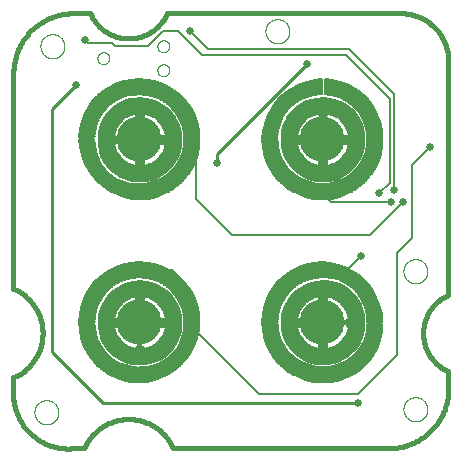
<source format=gbl>
G75*
%MOIN*%
%OFA0B0*%
%FSLAX25Y25*%
%IPPOS*%
%LPD*%
%AMOC8*
5,1,8,0,0,1.08239X$1,22.5*
%
%ADD10C,0.00000*%
%ADD11C,0.01600*%
%ADD12C,0.15000*%
%ADD13C,0.02500*%
%ADD14C,0.00600*%
%ADD15R,0.03300X0.03300*%
%ADD16C,0.01000*%
D10*
X0027475Y0032412D02*
X0027477Y0032538D01*
X0027483Y0032664D01*
X0027493Y0032790D01*
X0027507Y0032916D01*
X0027525Y0033041D01*
X0027547Y0033165D01*
X0027572Y0033289D01*
X0027602Y0033412D01*
X0027635Y0033533D01*
X0027673Y0033654D01*
X0027714Y0033773D01*
X0027759Y0033892D01*
X0027807Y0034008D01*
X0027859Y0034123D01*
X0027915Y0034236D01*
X0027975Y0034348D01*
X0028038Y0034457D01*
X0028104Y0034565D01*
X0028173Y0034670D01*
X0028246Y0034773D01*
X0028323Y0034874D01*
X0028402Y0034972D01*
X0028484Y0035068D01*
X0028570Y0035161D01*
X0028658Y0035252D01*
X0028749Y0035339D01*
X0028843Y0035424D01*
X0028939Y0035505D01*
X0029038Y0035584D01*
X0029139Y0035659D01*
X0029243Y0035731D01*
X0029349Y0035800D01*
X0029457Y0035866D01*
X0029567Y0035928D01*
X0029679Y0035986D01*
X0029792Y0036041D01*
X0029908Y0036092D01*
X0030025Y0036140D01*
X0030143Y0036184D01*
X0030263Y0036224D01*
X0030384Y0036260D01*
X0030506Y0036293D01*
X0030629Y0036322D01*
X0030753Y0036346D01*
X0030877Y0036367D01*
X0031002Y0036384D01*
X0031128Y0036397D01*
X0031254Y0036406D01*
X0031380Y0036411D01*
X0031507Y0036412D01*
X0031633Y0036409D01*
X0031759Y0036402D01*
X0031885Y0036391D01*
X0032010Y0036376D01*
X0032135Y0036357D01*
X0032259Y0036334D01*
X0032383Y0036308D01*
X0032505Y0036277D01*
X0032627Y0036243D01*
X0032747Y0036204D01*
X0032866Y0036162D01*
X0032984Y0036117D01*
X0033100Y0036067D01*
X0033215Y0036014D01*
X0033327Y0035957D01*
X0033438Y0035897D01*
X0033547Y0035833D01*
X0033654Y0035766D01*
X0033759Y0035696D01*
X0033862Y0035622D01*
X0033962Y0035545D01*
X0034060Y0035465D01*
X0034155Y0035382D01*
X0034247Y0035296D01*
X0034337Y0035207D01*
X0034424Y0035115D01*
X0034507Y0035021D01*
X0034588Y0034924D01*
X0034666Y0034824D01*
X0034741Y0034722D01*
X0034812Y0034618D01*
X0034880Y0034511D01*
X0034944Y0034403D01*
X0035005Y0034292D01*
X0035063Y0034180D01*
X0035117Y0034066D01*
X0035167Y0033950D01*
X0035214Y0033833D01*
X0035257Y0033714D01*
X0035296Y0033594D01*
X0035332Y0033473D01*
X0035363Y0033350D01*
X0035391Y0033227D01*
X0035415Y0033103D01*
X0035435Y0032978D01*
X0035451Y0032853D01*
X0035463Y0032727D01*
X0035471Y0032601D01*
X0035475Y0032475D01*
X0035475Y0032349D01*
X0035471Y0032223D01*
X0035463Y0032097D01*
X0035451Y0031971D01*
X0035435Y0031846D01*
X0035415Y0031721D01*
X0035391Y0031597D01*
X0035363Y0031474D01*
X0035332Y0031351D01*
X0035296Y0031230D01*
X0035257Y0031110D01*
X0035214Y0030991D01*
X0035167Y0030874D01*
X0035117Y0030758D01*
X0035063Y0030644D01*
X0035005Y0030532D01*
X0034944Y0030421D01*
X0034880Y0030313D01*
X0034812Y0030206D01*
X0034741Y0030102D01*
X0034666Y0030000D01*
X0034588Y0029900D01*
X0034507Y0029803D01*
X0034424Y0029709D01*
X0034337Y0029617D01*
X0034247Y0029528D01*
X0034155Y0029442D01*
X0034060Y0029359D01*
X0033962Y0029279D01*
X0033862Y0029202D01*
X0033759Y0029128D01*
X0033654Y0029058D01*
X0033547Y0028991D01*
X0033438Y0028927D01*
X0033327Y0028867D01*
X0033215Y0028810D01*
X0033100Y0028757D01*
X0032984Y0028707D01*
X0032866Y0028662D01*
X0032747Y0028620D01*
X0032627Y0028581D01*
X0032505Y0028547D01*
X0032383Y0028516D01*
X0032259Y0028490D01*
X0032135Y0028467D01*
X0032010Y0028448D01*
X0031885Y0028433D01*
X0031759Y0028422D01*
X0031633Y0028415D01*
X0031507Y0028412D01*
X0031380Y0028413D01*
X0031254Y0028418D01*
X0031128Y0028427D01*
X0031002Y0028440D01*
X0030877Y0028457D01*
X0030753Y0028478D01*
X0030629Y0028502D01*
X0030506Y0028531D01*
X0030384Y0028564D01*
X0030263Y0028600D01*
X0030143Y0028640D01*
X0030025Y0028684D01*
X0029908Y0028732D01*
X0029792Y0028783D01*
X0029679Y0028838D01*
X0029567Y0028896D01*
X0029457Y0028958D01*
X0029349Y0029024D01*
X0029243Y0029093D01*
X0029139Y0029165D01*
X0029038Y0029240D01*
X0028939Y0029319D01*
X0028843Y0029400D01*
X0028749Y0029485D01*
X0028658Y0029572D01*
X0028570Y0029663D01*
X0028484Y0029756D01*
X0028402Y0029852D01*
X0028323Y0029950D01*
X0028246Y0030051D01*
X0028173Y0030154D01*
X0028104Y0030259D01*
X0028038Y0030367D01*
X0027975Y0030476D01*
X0027915Y0030588D01*
X0027859Y0030701D01*
X0027807Y0030816D01*
X0027759Y0030932D01*
X0027714Y0031051D01*
X0027673Y0031170D01*
X0027635Y0031291D01*
X0027602Y0031412D01*
X0027572Y0031535D01*
X0027547Y0031659D01*
X0027525Y0031783D01*
X0027507Y0031908D01*
X0027493Y0032034D01*
X0027483Y0032160D01*
X0027477Y0032286D01*
X0027475Y0032412D01*
X0068475Y0146412D02*
X0068477Y0146501D01*
X0068483Y0146590D01*
X0068493Y0146679D01*
X0068507Y0146767D01*
X0068524Y0146854D01*
X0068546Y0146940D01*
X0068572Y0147026D01*
X0068601Y0147110D01*
X0068634Y0147193D01*
X0068670Y0147274D01*
X0068711Y0147354D01*
X0068754Y0147431D01*
X0068801Y0147507D01*
X0068852Y0147580D01*
X0068905Y0147651D01*
X0068962Y0147720D01*
X0069022Y0147786D01*
X0069085Y0147850D01*
X0069150Y0147910D01*
X0069218Y0147968D01*
X0069289Y0148022D01*
X0069362Y0148073D01*
X0069437Y0148121D01*
X0069514Y0148166D01*
X0069593Y0148207D01*
X0069674Y0148244D01*
X0069756Y0148278D01*
X0069840Y0148309D01*
X0069925Y0148335D01*
X0070011Y0148358D01*
X0070098Y0148376D01*
X0070186Y0148391D01*
X0070275Y0148402D01*
X0070364Y0148409D01*
X0070453Y0148412D01*
X0070542Y0148411D01*
X0070631Y0148406D01*
X0070719Y0148397D01*
X0070808Y0148384D01*
X0070895Y0148367D01*
X0070982Y0148347D01*
X0071068Y0148322D01*
X0071152Y0148294D01*
X0071235Y0148262D01*
X0071317Y0148226D01*
X0071397Y0148187D01*
X0071475Y0148144D01*
X0071551Y0148098D01*
X0071625Y0148048D01*
X0071697Y0147995D01*
X0071766Y0147939D01*
X0071833Y0147880D01*
X0071897Y0147818D01*
X0071958Y0147754D01*
X0072017Y0147686D01*
X0072072Y0147616D01*
X0072124Y0147544D01*
X0072173Y0147469D01*
X0072218Y0147393D01*
X0072260Y0147314D01*
X0072298Y0147234D01*
X0072333Y0147152D01*
X0072364Y0147068D01*
X0072392Y0146983D01*
X0072415Y0146897D01*
X0072435Y0146810D01*
X0072451Y0146723D01*
X0072463Y0146634D01*
X0072471Y0146546D01*
X0072475Y0146457D01*
X0072475Y0146367D01*
X0072471Y0146278D01*
X0072463Y0146190D01*
X0072451Y0146101D01*
X0072435Y0146014D01*
X0072415Y0145927D01*
X0072392Y0145841D01*
X0072364Y0145756D01*
X0072333Y0145672D01*
X0072298Y0145590D01*
X0072260Y0145510D01*
X0072218Y0145431D01*
X0072173Y0145355D01*
X0072124Y0145280D01*
X0072072Y0145208D01*
X0072017Y0145138D01*
X0071958Y0145070D01*
X0071897Y0145006D01*
X0071833Y0144944D01*
X0071766Y0144885D01*
X0071697Y0144829D01*
X0071625Y0144776D01*
X0071551Y0144726D01*
X0071475Y0144680D01*
X0071397Y0144637D01*
X0071317Y0144598D01*
X0071235Y0144562D01*
X0071152Y0144530D01*
X0071068Y0144502D01*
X0070982Y0144477D01*
X0070895Y0144457D01*
X0070808Y0144440D01*
X0070719Y0144427D01*
X0070631Y0144418D01*
X0070542Y0144413D01*
X0070453Y0144412D01*
X0070364Y0144415D01*
X0070275Y0144422D01*
X0070186Y0144433D01*
X0070098Y0144448D01*
X0070011Y0144466D01*
X0069925Y0144489D01*
X0069840Y0144515D01*
X0069756Y0144546D01*
X0069674Y0144580D01*
X0069593Y0144617D01*
X0069514Y0144658D01*
X0069437Y0144703D01*
X0069362Y0144751D01*
X0069289Y0144802D01*
X0069218Y0144856D01*
X0069150Y0144914D01*
X0069085Y0144974D01*
X0069022Y0145038D01*
X0068962Y0145104D01*
X0068905Y0145173D01*
X0068852Y0145244D01*
X0068801Y0145317D01*
X0068754Y0145393D01*
X0068711Y0145470D01*
X0068670Y0145550D01*
X0068634Y0145631D01*
X0068601Y0145714D01*
X0068572Y0145798D01*
X0068546Y0145884D01*
X0068524Y0145970D01*
X0068507Y0146057D01*
X0068493Y0146145D01*
X0068483Y0146234D01*
X0068477Y0146323D01*
X0068475Y0146412D01*
X0068475Y0154412D02*
X0068477Y0154501D01*
X0068483Y0154590D01*
X0068493Y0154679D01*
X0068507Y0154767D01*
X0068524Y0154854D01*
X0068546Y0154940D01*
X0068572Y0155026D01*
X0068601Y0155110D01*
X0068634Y0155193D01*
X0068670Y0155274D01*
X0068711Y0155354D01*
X0068754Y0155431D01*
X0068801Y0155507D01*
X0068852Y0155580D01*
X0068905Y0155651D01*
X0068962Y0155720D01*
X0069022Y0155786D01*
X0069085Y0155850D01*
X0069150Y0155910D01*
X0069218Y0155968D01*
X0069289Y0156022D01*
X0069362Y0156073D01*
X0069437Y0156121D01*
X0069514Y0156166D01*
X0069593Y0156207D01*
X0069674Y0156244D01*
X0069756Y0156278D01*
X0069840Y0156309D01*
X0069925Y0156335D01*
X0070011Y0156358D01*
X0070098Y0156376D01*
X0070186Y0156391D01*
X0070275Y0156402D01*
X0070364Y0156409D01*
X0070453Y0156412D01*
X0070542Y0156411D01*
X0070631Y0156406D01*
X0070719Y0156397D01*
X0070808Y0156384D01*
X0070895Y0156367D01*
X0070982Y0156347D01*
X0071068Y0156322D01*
X0071152Y0156294D01*
X0071235Y0156262D01*
X0071317Y0156226D01*
X0071397Y0156187D01*
X0071475Y0156144D01*
X0071551Y0156098D01*
X0071625Y0156048D01*
X0071697Y0155995D01*
X0071766Y0155939D01*
X0071833Y0155880D01*
X0071897Y0155818D01*
X0071958Y0155754D01*
X0072017Y0155686D01*
X0072072Y0155616D01*
X0072124Y0155544D01*
X0072173Y0155469D01*
X0072218Y0155393D01*
X0072260Y0155314D01*
X0072298Y0155234D01*
X0072333Y0155152D01*
X0072364Y0155068D01*
X0072392Y0154983D01*
X0072415Y0154897D01*
X0072435Y0154810D01*
X0072451Y0154723D01*
X0072463Y0154634D01*
X0072471Y0154546D01*
X0072475Y0154457D01*
X0072475Y0154367D01*
X0072471Y0154278D01*
X0072463Y0154190D01*
X0072451Y0154101D01*
X0072435Y0154014D01*
X0072415Y0153927D01*
X0072392Y0153841D01*
X0072364Y0153756D01*
X0072333Y0153672D01*
X0072298Y0153590D01*
X0072260Y0153510D01*
X0072218Y0153431D01*
X0072173Y0153355D01*
X0072124Y0153280D01*
X0072072Y0153208D01*
X0072017Y0153138D01*
X0071958Y0153070D01*
X0071897Y0153006D01*
X0071833Y0152944D01*
X0071766Y0152885D01*
X0071697Y0152829D01*
X0071625Y0152776D01*
X0071551Y0152726D01*
X0071475Y0152680D01*
X0071397Y0152637D01*
X0071317Y0152598D01*
X0071235Y0152562D01*
X0071152Y0152530D01*
X0071068Y0152502D01*
X0070982Y0152477D01*
X0070895Y0152457D01*
X0070808Y0152440D01*
X0070719Y0152427D01*
X0070631Y0152418D01*
X0070542Y0152413D01*
X0070453Y0152412D01*
X0070364Y0152415D01*
X0070275Y0152422D01*
X0070186Y0152433D01*
X0070098Y0152448D01*
X0070011Y0152466D01*
X0069925Y0152489D01*
X0069840Y0152515D01*
X0069756Y0152546D01*
X0069674Y0152580D01*
X0069593Y0152617D01*
X0069514Y0152658D01*
X0069437Y0152703D01*
X0069362Y0152751D01*
X0069289Y0152802D01*
X0069218Y0152856D01*
X0069150Y0152914D01*
X0069085Y0152974D01*
X0069022Y0153038D01*
X0068962Y0153104D01*
X0068905Y0153173D01*
X0068852Y0153244D01*
X0068801Y0153317D01*
X0068754Y0153393D01*
X0068711Y0153470D01*
X0068670Y0153550D01*
X0068634Y0153631D01*
X0068601Y0153714D01*
X0068572Y0153798D01*
X0068546Y0153884D01*
X0068524Y0153970D01*
X0068507Y0154057D01*
X0068493Y0154145D01*
X0068483Y0154234D01*
X0068477Y0154323D01*
X0068475Y0154412D01*
X0048475Y0150412D02*
X0048477Y0150501D01*
X0048483Y0150590D01*
X0048493Y0150679D01*
X0048507Y0150767D01*
X0048524Y0150854D01*
X0048546Y0150940D01*
X0048572Y0151026D01*
X0048601Y0151110D01*
X0048634Y0151193D01*
X0048670Y0151274D01*
X0048711Y0151354D01*
X0048754Y0151431D01*
X0048801Y0151507D01*
X0048852Y0151580D01*
X0048905Y0151651D01*
X0048962Y0151720D01*
X0049022Y0151786D01*
X0049085Y0151850D01*
X0049150Y0151910D01*
X0049218Y0151968D01*
X0049289Y0152022D01*
X0049362Y0152073D01*
X0049437Y0152121D01*
X0049514Y0152166D01*
X0049593Y0152207D01*
X0049674Y0152244D01*
X0049756Y0152278D01*
X0049840Y0152309D01*
X0049925Y0152335D01*
X0050011Y0152358D01*
X0050098Y0152376D01*
X0050186Y0152391D01*
X0050275Y0152402D01*
X0050364Y0152409D01*
X0050453Y0152412D01*
X0050542Y0152411D01*
X0050631Y0152406D01*
X0050719Y0152397D01*
X0050808Y0152384D01*
X0050895Y0152367D01*
X0050982Y0152347D01*
X0051068Y0152322D01*
X0051152Y0152294D01*
X0051235Y0152262D01*
X0051317Y0152226D01*
X0051397Y0152187D01*
X0051475Y0152144D01*
X0051551Y0152098D01*
X0051625Y0152048D01*
X0051697Y0151995D01*
X0051766Y0151939D01*
X0051833Y0151880D01*
X0051897Y0151818D01*
X0051958Y0151754D01*
X0052017Y0151686D01*
X0052072Y0151616D01*
X0052124Y0151544D01*
X0052173Y0151469D01*
X0052218Y0151393D01*
X0052260Y0151314D01*
X0052298Y0151234D01*
X0052333Y0151152D01*
X0052364Y0151068D01*
X0052392Y0150983D01*
X0052415Y0150897D01*
X0052435Y0150810D01*
X0052451Y0150723D01*
X0052463Y0150634D01*
X0052471Y0150546D01*
X0052475Y0150457D01*
X0052475Y0150367D01*
X0052471Y0150278D01*
X0052463Y0150190D01*
X0052451Y0150101D01*
X0052435Y0150014D01*
X0052415Y0149927D01*
X0052392Y0149841D01*
X0052364Y0149756D01*
X0052333Y0149672D01*
X0052298Y0149590D01*
X0052260Y0149510D01*
X0052218Y0149431D01*
X0052173Y0149355D01*
X0052124Y0149280D01*
X0052072Y0149208D01*
X0052017Y0149138D01*
X0051958Y0149070D01*
X0051897Y0149006D01*
X0051833Y0148944D01*
X0051766Y0148885D01*
X0051697Y0148829D01*
X0051625Y0148776D01*
X0051551Y0148726D01*
X0051475Y0148680D01*
X0051397Y0148637D01*
X0051317Y0148598D01*
X0051235Y0148562D01*
X0051152Y0148530D01*
X0051068Y0148502D01*
X0050982Y0148477D01*
X0050895Y0148457D01*
X0050808Y0148440D01*
X0050719Y0148427D01*
X0050631Y0148418D01*
X0050542Y0148413D01*
X0050453Y0148412D01*
X0050364Y0148415D01*
X0050275Y0148422D01*
X0050186Y0148433D01*
X0050098Y0148448D01*
X0050011Y0148466D01*
X0049925Y0148489D01*
X0049840Y0148515D01*
X0049756Y0148546D01*
X0049674Y0148580D01*
X0049593Y0148617D01*
X0049514Y0148658D01*
X0049437Y0148703D01*
X0049362Y0148751D01*
X0049289Y0148802D01*
X0049218Y0148856D01*
X0049150Y0148914D01*
X0049085Y0148974D01*
X0049022Y0149038D01*
X0048962Y0149104D01*
X0048905Y0149173D01*
X0048852Y0149244D01*
X0048801Y0149317D01*
X0048754Y0149393D01*
X0048711Y0149470D01*
X0048670Y0149550D01*
X0048634Y0149631D01*
X0048601Y0149714D01*
X0048572Y0149798D01*
X0048546Y0149884D01*
X0048524Y0149970D01*
X0048507Y0150057D01*
X0048493Y0150145D01*
X0048483Y0150234D01*
X0048477Y0150323D01*
X0048475Y0150412D01*
X0029475Y0154412D02*
X0029477Y0154538D01*
X0029483Y0154664D01*
X0029493Y0154790D01*
X0029507Y0154916D01*
X0029525Y0155041D01*
X0029547Y0155165D01*
X0029572Y0155289D01*
X0029602Y0155412D01*
X0029635Y0155533D01*
X0029673Y0155654D01*
X0029714Y0155773D01*
X0029759Y0155892D01*
X0029807Y0156008D01*
X0029859Y0156123D01*
X0029915Y0156236D01*
X0029975Y0156348D01*
X0030038Y0156457D01*
X0030104Y0156565D01*
X0030173Y0156670D01*
X0030246Y0156773D01*
X0030323Y0156874D01*
X0030402Y0156972D01*
X0030484Y0157068D01*
X0030570Y0157161D01*
X0030658Y0157252D01*
X0030749Y0157339D01*
X0030843Y0157424D01*
X0030939Y0157505D01*
X0031038Y0157584D01*
X0031139Y0157659D01*
X0031243Y0157731D01*
X0031349Y0157800D01*
X0031457Y0157866D01*
X0031567Y0157928D01*
X0031679Y0157986D01*
X0031792Y0158041D01*
X0031908Y0158092D01*
X0032025Y0158140D01*
X0032143Y0158184D01*
X0032263Y0158224D01*
X0032384Y0158260D01*
X0032506Y0158293D01*
X0032629Y0158322D01*
X0032753Y0158346D01*
X0032877Y0158367D01*
X0033002Y0158384D01*
X0033128Y0158397D01*
X0033254Y0158406D01*
X0033380Y0158411D01*
X0033507Y0158412D01*
X0033633Y0158409D01*
X0033759Y0158402D01*
X0033885Y0158391D01*
X0034010Y0158376D01*
X0034135Y0158357D01*
X0034259Y0158334D01*
X0034383Y0158308D01*
X0034505Y0158277D01*
X0034627Y0158243D01*
X0034747Y0158204D01*
X0034866Y0158162D01*
X0034984Y0158117D01*
X0035100Y0158067D01*
X0035215Y0158014D01*
X0035327Y0157957D01*
X0035438Y0157897D01*
X0035547Y0157833D01*
X0035654Y0157766D01*
X0035759Y0157696D01*
X0035862Y0157622D01*
X0035962Y0157545D01*
X0036060Y0157465D01*
X0036155Y0157382D01*
X0036247Y0157296D01*
X0036337Y0157207D01*
X0036424Y0157115D01*
X0036507Y0157021D01*
X0036588Y0156924D01*
X0036666Y0156824D01*
X0036741Y0156722D01*
X0036812Y0156618D01*
X0036880Y0156511D01*
X0036944Y0156403D01*
X0037005Y0156292D01*
X0037063Y0156180D01*
X0037117Y0156066D01*
X0037167Y0155950D01*
X0037214Y0155833D01*
X0037257Y0155714D01*
X0037296Y0155594D01*
X0037332Y0155473D01*
X0037363Y0155350D01*
X0037391Y0155227D01*
X0037415Y0155103D01*
X0037435Y0154978D01*
X0037451Y0154853D01*
X0037463Y0154727D01*
X0037471Y0154601D01*
X0037475Y0154475D01*
X0037475Y0154349D01*
X0037471Y0154223D01*
X0037463Y0154097D01*
X0037451Y0153971D01*
X0037435Y0153846D01*
X0037415Y0153721D01*
X0037391Y0153597D01*
X0037363Y0153474D01*
X0037332Y0153351D01*
X0037296Y0153230D01*
X0037257Y0153110D01*
X0037214Y0152991D01*
X0037167Y0152874D01*
X0037117Y0152758D01*
X0037063Y0152644D01*
X0037005Y0152532D01*
X0036944Y0152421D01*
X0036880Y0152313D01*
X0036812Y0152206D01*
X0036741Y0152102D01*
X0036666Y0152000D01*
X0036588Y0151900D01*
X0036507Y0151803D01*
X0036424Y0151709D01*
X0036337Y0151617D01*
X0036247Y0151528D01*
X0036155Y0151442D01*
X0036060Y0151359D01*
X0035962Y0151279D01*
X0035862Y0151202D01*
X0035759Y0151128D01*
X0035654Y0151058D01*
X0035547Y0150991D01*
X0035438Y0150927D01*
X0035327Y0150867D01*
X0035215Y0150810D01*
X0035100Y0150757D01*
X0034984Y0150707D01*
X0034866Y0150662D01*
X0034747Y0150620D01*
X0034627Y0150581D01*
X0034505Y0150547D01*
X0034383Y0150516D01*
X0034259Y0150490D01*
X0034135Y0150467D01*
X0034010Y0150448D01*
X0033885Y0150433D01*
X0033759Y0150422D01*
X0033633Y0150415D01*
X0033507Y0150412D01*
X0033380Y0150413D01*
X0033254Y0150418D01*
X0033128Y0150427D01*
X0033002Y0150440D01*
X0032877Y0150457D01*
X0032753Y0150478D01*
X0032629Y0150502D01*
X0032506Y0150531D01*
X0032384Y0150564D01*
X0032263Y0150600D01*
X0032143Y0150640D01*
X0032025Y0150684D01*
X0031908Y0150732D01*
X0031792Y0150783D01*
X0031679Y0150838D01*
X0031567Y0150896D01*
X0031457Y0150958D01*
X0031349Y0151024D01*
X0031243Y0151093D01*
X0031139Y0151165D01*
X0031038Y0151240D01*
X0030939Y0151319D01*
X0030843Y0151400D01*
X0030749Y0151485D01*
X0030658Y0151572D01*
X0030570Y0151663D01*
X0030484Y0151756D01*
X0030402Y0151852D01*
X0030323Y0151950D01*
X0030246Y0152051D01*
X0030173Y0152154D01*
X0030104Y0152259D01*
X0030038Y0152367D01*
X0029975Y0152476D01*
X0029915Y0152588D01*
X0029859Y0152701D01*
X0029807Y0152816D01*
X0029759Y0152932D01*
X0029714Y0153051D01*
X0029673Y0153170D01*
X0029635Y0153291D01*
X0029602Y0153412D01*
X0029572Y0153535D01*
X0029547Y0153659D01*
X0029525Y0153783D01*
X0029507Y0153908D01*
X0029493Y0154034D01*
X0029483Y0154160D01*
X0029477Y0154286D01*
X0029475Y0154412D01*
X0104475Y0159412D02*
X0104477Y0159538D01*
X0104483Y0159664D01*
X0104493Y0159790D01*
X0104507Y0159916D01*
X0104525Y0160041D01*
X0104547Y0160165D01*
X0104572Y0160289D01*
X0104602Y0160412D01*
X0104635Y0160533D01*
X0104673Y0160654D01*
X0104714Y0160773D01*
X0104759Y0160892D01*
X0104807Y0161008D01*
X0104859Y0161123D01*
X0104915Y0161236D01*
X0104975Y0161348D01*
X0105038Y0161457D01*
X0105104Y0161565D01*
X0105173Y0161670D01*
X0105246Y0161773D01*
X0105323Y0161874D01*
X0105402Y0161972D01*
X0105484Y0162068D01*
X0105570Y0162161D01*
X0105658Y0162252D01*
X0105749Y0162339D01*
X0105843Y0162424D01*
X0105939Y0162505D01*
X0106038Y0162584D01*
X0106139Y0162659D01*
X0106243Y0162731D01*
X0106349Y0162800D01*
X0106457Y0162866D01*
X0106567Y0162928D01*
X0106679Y0162986D01*
X0106792Y0163041D01*
X0106908Y0163092D01*
X0107025Y0163140D01*
X0107143Y0163184D01*
X0107263Y0163224D01*
X0107384Y0163260D01*
X0107506Y0163293D01*
X0107629Y0163322D01*
X0107753Y0163346D01*
X0107877Y0163367D01*
X0108002Y0163384D01*
X0108128Y0163397D01*
X0108254Y0163406D01*
X0108380Y0163411D01*
X0108507Y0163412D01*
X0108633Y0163409D01*
X0108759Y0163402D01*
X0108885Y0163391D01*
X0109010Y0163376D01*
X0109135Y0163357D01*
X0109259Y0163334D01*
X0109383Y0163308D01*
X0109505Y0163277D01*
X0109627Y0163243D01*
X0109747Y0163204D01*
X0109866Y0163162D01*
X0109984Y0163117D01*
X0110100Y0163067D01*
X0110215Y0163014D01*
X0110327Y0162957D01*
X0110438Y0162897D01*
X0110547Y0162833D01*
X0110654Y0162766D01*
X0110759Y0162696D01*
X0110862Y0162622D01*
X0110962Y0162545D01*
X0111060Y0162465D01*
X0111155Y0162382D01*
X0111247Y0162296D01*
X0111337Y0162207D01*
X0111424Y0162115D01*
X0111507Y0162021D01*
X0111588Y0161924D01*
X0111666Y0161824D01*
X0111741Y0161722D01*
X0111812Y0161618D01*
X0111880Y0161511D01*
X0111944Y0161403D01*
X0112005Y0161292D01*
X0112063Y0161180D01*
X0112117Y0161066D01*
X0112167Y0160950D01*
X0112214Y0160833D01*
X0112257Y0160714D01*
X0112296Y0160594D01*
X0112332Y0160473D01*
X0112363Y0160350D01*
X0112391Y0160227D01*
X0112415Y0160103D01*
X0112435Y0159978D01*
X0112451Y0159853D01*
X0112463Y0159727D01*
X0112471Y0159601D01*
X0112475Y0159475D01*
X0112475Y0159349D01*
X0112471Y0159223D01*
X0112463Y0159097D01*
X0112451Y0158971D01*
X0112435Y0158846D01*
X0112415Y0158721D01*
X0112391Y0158597D01*
X0112363Y0158474D01*
X0112332Y0158351D01*
X0112296Y0158230D01*
X0112257Y0158110D01*
X0112214Y0157991D01*
X0112167Y0157874D01*
X0112117Y0157758D01*
X0112063Y0157644D01*
X0112005Y0157532D01*
X0111944Y0157421D01*
X0111880Y0157313D01*
X0111812Y0157206D01*
X0111741Y0157102D01*
X0111666Y0157000D01*
X0111588Y0156900D01*
X0111507Y0156803D01*
X0111424Y0156709D01*
X0111337Y0156617D01*
X0111247Y0156528D01*
X0111155Y0156442D01*
X0111060Y0156359D01*
X0110962Y0156279D01*
X0110862Y0156202D01*
X0110759Y0156128D01*
X0110654Y0156058D01*
X0110547Y0155991D01*
X0110438Y0155927D01*
X0110327Y0155867D01*
X0110215Y0155810D01*
X0110100Y0155757D01*
X0109984Y0155707D01*
X0109866Y0155662D01*
X0109747Y0155620D01*
X0109627Y0155581D01*
X0109505Y0155547D01*
X0109383Y0155516D01*
X0109259Y0155490D01*
X0109135Y0155467D01*
X0109010Y0155448D01*
X0108885Y0155433D01*
X0108759Y0155422D01*
X0108633Y0155415D01*
X0108507Y0155412D01*
X0108380Y0155413D01*
X0108254Y0155418D01*
X0108128Y0155427D01*
X0108002Y0155440D01*
X0107877Y0155457D01*
X0107753Y0155478D01*
X0107629Y0155502D01*
X0107506Y0155531D01*
X0107384Y0155564D01*
X0107263Y0155600D01*
X0107143Y0155640D01*
X0107025Y0155684D01*
X0106908Y0155732D01*
X0106792Y0155783D01*
X0106679Y0155838D01*
X0106567Y0155896D01*
X0106457Y0155958D01*
X0106349Y0156024D01*
X0106243Y0156093D01*
X0106139Y0156165D01*
X0106038Y0156240D01*
X0105939Y0156319D01*
X0105843Y0156400D01*
X0105749Y0156485D01*
X0105658Y0156572D01*
X0105570Y0156663D01*
X0105484Y0156756D01*
X0105402Y0156852D01*
X0105323Y0156950D01*
X0105246Y0157051D01*
X0105173Y0157154D01*
X0105104Y0157259D01*
X0105038Y0157367D01*
X0104975Y0157476D01*
X0104915Y0157588D01*
X0104859Y0157701D01*
X0104807Y0157816D01*
X0104759Y0157932D01*
X0104714Y0158051D01*
X0104673Y0158170D01*
X0104635Y0158291D01*
X0104602Y0158412D01*
X0104572Y0158535D01*
X0104547Y0158659D01*
X0104525Y0158783D01*
X0104507Y0158908D01*
X0104493Y0159034D01*
X0104483Y0159160D01*
X0104477Y0159286D01*
X0104475Y0159412D01*
X0150475Y0079412D02*
X0150477Y0079538D01*
X0150483Y0079664D01*
X0150493Y0079790D01*
X0150507Y0079916D01*
X0150525Y0080041D01*
X0150547Y0080165D01*
X0150572Y0080289D01*
X0150602Y0080412D01*
X0150635Y0080533D01*
X0150673Y0080654D01*
X0150714Y0080773D01*
X0150759Y0080892D01*
X0150807Y0081008D01*
X0150859Y0081123D01*
X0150915Y0081236D01*
X0150975Y0081348D01*
X0151038Y0081457D01*
X0151104Y0081565D01*
X0151173Y0081670D01*
X0151246Y0081773D01*
X0151323Y0081874D01*
X0151402Y0081972D01*
X0151484Y0082068D01*
X0151570Y0082161D01*
X0151658Y0082252D01*
X0151749Y0082339D01*
X0151843Y0082424D01*
X0151939Y0082505D01*
X0152038Y0082584D01*
X0152139Y0082659D01*
X0152243Y0082731D01*
X0152349Y0082800D01*
X0152457Y0082866D01*
X0152567Y0082928D01*
X0152679Y0082986D01*
X0152792Y0083041D01*
X0152908Y0083092D01*
X0153025Y0083140D01*
X0153143Y0083184D01*
X0153263Y0083224D01*
X0153384Y0083260D01*
X0153506Y0083293D01*
X0153629Y0083322D01*
X0153753Y0083346D01*
X0153877Y0083367D01*
X0154002Y0083384D01*
X0154128Y0083397D01*
X0154254Y0083406D01*
X0154380Y0083411D01*
X0154507Y0083412D01*
X0154633Y0083409D01*
X0154759Y0083402D01*
X0154885Y0083391D01*
X0155010Y0083376D01*
X0155135Y0083357D01*
X0155259Y0083334D01*
X0155383Y0083308D01*
X0155505Y0083277D01*
X0155627Y0083243D01*
X0155747Y0083204D01*
X0155866Y0083162D01*
X0155984Y0083117D01*
X0156100Y0083067D01*
X0156215Y0083014D01*
X0156327Y0082957D01*
X0156438Y0082897D01*
X0156547Y0082833D01*
X0156654Y0082766D01*
X0156759Y0082696D01*
X0156862Y0082622D01*
X0156962Y0082545D01*
X0157060Y0082465D01*
X0157155Y0082382D01*
X0157247Y0082296D01*
X0157337Y0082207D01*
X0157424Y0082115D01*
X0157507Y0082021D01*
X0157588Y0081924D01*
X0157666Y0081824D01*
X0157741Y0081722D01*
X0157812Y0081618D01*
X0157880Y0081511D01*
X0157944Y0081403D01*
X0158005Y0081292D01*
X0158063Y0081180D01*
X0158117Y0081066D01*
X0158167Y0080950D01*
X0158214Y0080833D01*
X0158257Y0080714D01*
X0158296Y0080594D01*
X0158332Y0080473D01*
X0158363Y0080350D01*
X0158391Y0080227D01*
X0158415Y0080103D01*
X0158435Y0079978D01*
X0158451Y0079853D01*
X0158463Y0079727D01*
X0158471Y0079601D01*
X0158475Y0079475D01*
X0158475Y0079349D01*
X0158471Y0079223D01*
X0158463Y0079097D01*
X0158451Y0078971D01*
X0158435Y0078846D01*
X0158415Y0078721D01*
X0158391Y0078597D01*
X0158363Y0078474D01*
X0158332Y0078351D01*
X0158296Y0078230D01*
X0158257Y0078110D01*
X0158214Y0077991D01*
X0158167Y0077874D01*
X0158117Y0077758D01*
X0158063Y0077644D01*
X0158005Y0077532D01*
X0157944Y0077421D01*
X0157880Y0077313D01*
X0157812Y0077206D01*
X0157741Y0077102D01*
X0157666Y0077000D01*
X0157588Y0076900D01*
X0157507Y0076803D01*
X0157424Y0076709D01*
X0157337Y0076617D01*
X0157247Y0076528D01*
X0157155Y0076442D01*
X0157060Y0076359D01*
X0156962Y0076279D01*
X0156862Y0076202D01*
X0156759Y0076128D01*
X0156654Y0076058D01*
X0156547Y0075991D01*
X0156438Y0075927D01*
X0156327Y0075867D01*
X0156215Y0075810D01*
X0156100Y0075757D01*
X0155984Y0075707D01*
X0155866Y0075662D01*
X0155747Y0075620D01*
X0155627Y0075581D01*
X0155505Y0075547D01*
X0155383Y0075516D01*
X0155259Y0075490D01*
X0155135Y0075467D01*
X0155010Y0075448D01*
X0154885Y0075433D01*
X0154759Y0075422D01*
X0154633Y0075415D01*
X0154507Y0075412D01*
X0154380Y0075413D01*
X0154254Y0075418D01*
X0154128Y0075427D01*
X0154002Y0075440D01*
X0153877Y0075457D01*
X0153753Y0075478D01*
X0153629Y0075502D01*
X0153506Y0075531D01*
X0153384Y0075564D01*
X0153263Y0075600D01*
X0153143Y0075640D01*
X0153025Y0075684D01*
X0152908Y0075732D01*
X0152792Y0075783D01*
X0152679Y0075838D01*
X0152567Y0075896D01*
X0152457Y0075958D01*
X0152349Y0076024D01*
X0152243Y0076093D01*
X0152139Y0076165D01*
X0152038Y0076240D01*
X0151939Y0076319D01*
X0151843Y0076400D01*
X0151749Y0076485D01*
X0151658Y0076572D01*
X0151570Y0076663D01*
X0151484Y0076756D01*
X0151402Y0076852D01*
X0151323Y0076950D01*
X0151246Y0077051D01*
X0151173Y0077154D01*
X0151104Y0077259D01*
X0151038Y0077367D01*
X0150975Y0077476D01*
X0150915Y0077588D01*
X0150859Y0077701D01*
X0150807Y0077816D01*
X0150759Y0077932D01*
X0150714Y0078051D01*
X0150673Y0078170D01*
X0150635Y0078291D01*
X0150602Y0078412D01*
X0150572Y0078535D01*
X0150547Y0078659D01*
X0150525Y0078783D01*
X0150507Y0078908D01*
X0150493Y0079034D01*
X0150483Y0079160D01*
X0150477Y0079286D01*
X0150475Y0079412D01*
X0150475Y0033412D02*
X0150477Y0033538D01*
X0150483Y0033664D01*
X0150493Y0033790D01*
X0150507Y0033916D01*
X0150525Y0034041D01*
X0150547Y0034165D01*
X0150572Y0034289D01*
X0150602Y0034412D01*
X0150635Y0034533D01*
X0150673Y0034654D01*
X0150714Y0034773D01*
X0150759Y0034892D01*
X0150807Y0035008D01*
X0150859Y0035123D01*
X0150915Y0035236D01*
X0150975Y0035348D01*
X0151038Y0035457D01*
X0151104Y0035565D01*
X0151173Y0035670D01*
X0151246Y0035773D01*
X0151323Y0035874D01*
X0151402Y0035972D01*
X0151484Y0036068D01*
X0151570Y0036161D01*
X0151658Y0036252D01*
X0151749Y0036339D01*
X0151843Y0036424D01*
X0151939Y0036505D01*
X0152038Y0036584D01*
X0152139Y0036659D01*
X0152243Y0036731D01*
X0152349Y0036800D01*
X0152457Y0036866D01*
X0152567Y0036928D01*
X0152679Y0036986D01*
X0152792Y0037041D01*
X0152908Y0037092D01*
X0153025Y0037140D01*
X0153143Y0037184D01*
X0153263Y0037224D01*
X0153384Y0037260D01*
X0153506Y0037293D01*
X0153629Y0037322D01*
X0153753Y0037346D01*
X0153877Y0037367D01*
X0154002Y0037384D01*
X0154128Y0037397D01*
X0154254Y0037406D01*
X0154380Y0037411D01*
X0154507Y0037412D01*
X0154633Y0037409D01*
X0154759Y0037402D01*
X0154885Y0037391D01*
X0155010Y0037376D01*
X0155135Y0037357D01*
X0155259Y0037334D01*
X0155383Y0037308D01*
X0155505Y0037277D01*
X0155627Y0037243D01*
X0155747Y0037204D01*
X0155866Y0037162D01*
X0155984Y0037117D01*
X0156100Y0037067D01*
X0156215Y0037014D01*
X0156327Y0036957D01*
X0156438Y0036897D01*
X0156547Y0036833D01*
X0156654Y0036766D01*
X0156759Y0036696D01*
X0156862Y0036622D01*
X0156962Y0036545D01*
X0157060Y0036465D01*
X0157155Y0036382D01*
X0157247Y0036296D01*
X0157337Y0036207D01*
X0157424Y0036115D01*
X0157507Y0036021D01*
X0157588Y0035924D01*
X0157666Y0035824D01*
X0157741Y0035722D01*
X0157812Y0035618D01*
X0157880Y0035511D01*
X0157944Y0035403D01*
X0158005Y0035292D01*
X0158063Y0035180D01*
X0158117Y0035066D01*
X0158167Y0034950D01*
X0158214Y0034833D01*
X0158257Y0034714D01*
X0158296Y0034594D01*
X0158332Y0034473D01*
X0158363Y0034350D01*
X0158391Y0034227D01*
X0158415Y0034103D01*
X0158435Y0033978D01*
X0158451Y0033853D01*
X0158463Y0033727D01*
X0158471Y0033601D01*
X0158475Y0033475D01*
X0158475Y0033349D01*
X0158471Y0033223D01*
X0158463Y0033097D01*
X0158451Y0032971D01*
X0158435Y0032846D01*
X0158415Y0032721D01*
X0158391Y0032597D01*
X0158363Y0032474D01*
X0158332Y0032351D01*
X0158296Y0032230D01*
X0158257Y0032110D01*
X0158214Y0031991D01*
X0158167Y0031874D01*
X0158117Y0031758D01*
X0158063Y0031644D01*
X0158005Y0031532D01*
X0157944Y0031421D01*
X0157880Y0031313D01*
X0157812Y0031206D01*
X0157741Y0031102D01*
X0157666Y0031000D01*
X0157588Y0030900D01*
X0157507Y0030803D01*
X0157424Y0030709D01*
X0157337Y0030617D01*
X0157247Y0030528D01*
X0157155Y0030442D01*
X0157060Y0030359D01*
X0156962Y0030279D01*
X0156862Y0030202D01*
X0156759Y0030128D01*
X0156654Y0030058D01*
X0156547Y0029991D01*
X0156438Y0029927D01*
X0156327Y0029867D01*
X0156215Y0029810D01*
X0156100Y0029757D01*
X0155984Y0029707D01*
X0155866Y0029662D01*
X0155747Y0029620D01*
X0155627Y0029581D01*
X0155505Y0029547D01*
X0155383Y0029516D01*
X0155259Y0029490D01*
X0155135Y0029467D01*
X0155010Y0029448D01*
X0154885Y0029433D01*
X0154759Y0029422D01*
X0154633Y0029415D01*
X0154507Y0029412D01*
X0154380Y0029413D01*
X0154254Y0029418D01*
X0154128Y0029427D01*
X0154002Y0029440D01*
X0153877Y0029457D01*
X0153753Y0029478D01*
X0153629Y0029502D01*
X0153506Y0029531D01*
X0153384Y0029564D01*
X0153263Y0029600D01*
X0153143Y0029640D01*
X0153025Y0029684D01*
X0152908Y0029732D01*
X0152792Y0029783D01*
X0152679Y0029838D01*
X0152567Y0029896D01*
X0152457Y0029958D01*
X0152349Y0030024D01*
X0152243Y0030093D01*
X0152139Y0030165D01*
X0152038Y0030240D01*
X0151939Y0030319D01*
X0151843Y0030400D01*
X0151749Y0030485D01*
X0151658Y0030572D01*
X0151570Y0030663D01*
X0151484Y0030756D01*
X0151402Y0030852D01*
X0151323Y0030950D01*
X0151246Y0031051D01*
X0151173Y0031154D01*
X0151104Y0031259D01*
X0151038Y0031367D01*
X0150975Y0031476D01*
X0150915Y0031588D01*
X0150859Y0031701D01*
X0150807Y0031816D01*
X0150759Y0031932D01*
X0150714Y0032051D01*
X0150673Y0032170D01*
X0150635Y0032291D01*
X0150602Y0032412D01*
X0150572Y0032535D01*
X0150547Y0032659D01*
X0150525Y0032783D01*
X0150507Y0032908D01*
X0150493Y0033034D01*
X0150483Y0033160D01*
X0150477Y0033286D01*
X0150475Y0033412D01*
D11*
X0145475Y0020412D02*
X0145958Y0020418D01*
X0146441Y0020435D01*
X0146924Y0020465D01*
X0147405Y0020505D01*
X0147886Y0020558D01*
X0148365Y0020622D01*
X0148842Y0020697D01*
X0149318Y0020785D01*
X0149791Y0020883D01*
X0150261Y0020993D01*
X0150729Y0021114D01*
X0151194Y0021247D01*
X0151655Y0021391D01*
X0152113Y0021546D01*
X0152567Y0021712D01*
X0153017Y0021889D01*
X0153462Y0022076D01*
X0153903Y0022275D01*
X0154339Y0022483D01*
X0154769Y0022703D01*
X0155195Y0022933D01*
X0155614Y0023173D01*
X0156028Y0023423D01*
X0156435Y0023683D01*
X0156836Y0023952D01*
X0157231Y0024232D01*
X0157618Y0024520D01*
X0157999Y0024819D01*
X0158372Y0025126D01*
X0158737Y0025442D01*
X0159095Y0025767D01*
X0159445Y0026100D01*
X0159787Y0026442D01*
X0160120Y0026792D01*
X0160445Y0027150D01*
X0160761Y0027515D01*
X0161068Y0027888D01*
X0161367Y0028269D01*
X0161655Y0028656D01*
X0161935Y0029051D01*
X0162204Y0029452D01*
X0162464Y0029859D01*
X0162714Y0030273D01*
X0162954Y0030692D01*
X0163184Y0031118D01*
X0163404Y0031548D01*
X0163612Y0031984D01*
X0163811Y0032425D01*
X0163998Y0032870D01*
X0164175Y0033320D01*
X0164341Y0033774D01*
X0164496Y0034232D01*
X0164640Y0034693D01*
X0164773Y0035158D01*
X0164894Y0035626D01*
X0165004Y0036096D01*
X0165102Y0036569D01*
X0165190Y0037045D01*
X0165265Y0037522D01*
X0165329Y0038001D01*
X0165382Y0038482D01*
X0165422Y0038963D01*
X0165452Y0039446D01*
X0165469Y0039929D01*
X0165475Y0040412D01*
X0165475Y0046002D01*
X0165474Y0046003D02*
X0165163Y0046142D01*
X0164855Y0046289D01*
X0164551Y0046444D01*
X0164251Y0046606D01*
X0163955Y0046775D01*
X0163663Y0046951D01*
X0163375Y0047135D01*
X0163092Y0047325D01*
X0162814Y0047522D01*
X0162541Y0047726D01*
X0162272Y0047937D01*
X0162009Y0048154D01*
X0161752Y0048378D01*
X0161500Y0048608D01*
X0161253Y0048843D01*
X0161013Y0049085D01*
X0160778Y0049333D01*
X0160550Y0049586D01*
X0160328Y0049845D01*
X0160112Y0050109D01*
X0159903Y0050379D01*
X0159700Y0050653D01*
X0159504Y0050932D01*
X0159315Y0051216D01*
X0159133Y0051505D01*
X0158958Y0051798D01*
X0158791Y0052095D01*
X0158631Y0052396D01*
X0158478Y0052701D01*
X0158332Y0053009D01*
X0158194Y0053321D01*
X0158064Y0053637D01*
X0157942Y0053955D01*
X0157827Y0054276D01*
X0157721Y0054600D01*
X0157622Y0054927D01*
X0157531Y0055256D01*
X0157449Y0055587D01*
X0157374Y0055919D01*
X0157308Y0056254D01*
X0157250Y0056590D01*
X0157200Y0056928D01*
X0157158Y0057266D01*
X0157125Y0057606D01*
X0157100Y0057946D01*
X0157083Y0058286D01*
X0157075Y0058627D01*
X0157075Y0058969D01*
X0157083Y0059310D01*
X0157100Y0059650D01*
X0157125Y0059990D01*
X0157158Y0060330D01*
X0157200Y0060668D01*
X0157250Y0061006D01*
X0157308Y0061342D01*
X0157374Y0061677D01*
X0157449Y0062009D01*
X0157531Y0062340D01*
X0157622Y0062669D01*
X0157721Y0062996D01*
X0157827Y0063320D01*
X0157942Y0063641D01*
X0158064Y0063959D01*
X0158194Y0064275D01*
X0158332Y0064587D01*
X0158478Y0064895D01*
X0158631Y0065200D01*
X0158791Y0065501D01*
X0158958Y0065798D01*
X0159133Y0066091D01*
X0159315Y0066380D01*
X0159504Y0066664D01*
X0159700Y0066943D01*
X0159903Y0067217D01*
X0160112Y0067487D01*
X0160328Y0067751D01*
X0160550Y0068010D01*
X0160778Y0068263D01*
X0161013Y0068511D01*
X0161253Y0068753D01*
X0161500Y0068988D01*
X0161752Y0069218D01*
X0162009Y0069442D01*
X0162272Y0069659D01*
X0162541Y0069870D01*
X0162814Y0070074D01*
X0163092Y0070271D01*
X0163375Y0070461D01*
X0163663Y0070645D01*
X0163955Y0070821D01*
X0164251Y0070990D01*
X0164551Y0071152D01*
X0164855Y0071307D01*
X0165163Y0071454D01*
X0165474Y0071593D01*
X0165475Y0071593D02*
X0165475Y0149412D01*
X0165470Y0149799D01*
X0165456Y0150185D01*
X0165433Y0150571D01*
X0165400Y0150956D01*
X0165358Y0151341D01*
X0165307Y0151724D01*
X0165247Y0152106D01*
X0165177Y0152486D01*
X0165098Y0152865D01*
X0165010Y0153241D01*
X0164913Y0153615D01*
X0164807Y0153987D01*
X0164692Y0154356D01*
X0164568Y0154723D01*
X0164435Y0155086D01*
X0164294Y0155446D01*
X0164144Y0155802D01*
X0163985Y0156154D01*
X0163818Y0156503D01*
X0163642Y0156848D01*
X0163458Y0157188D01*
X0163267Y0157523D01*
X0163066Y0157854D01*
X0162859Y0158180D01*
X0162643Y0158501D01*
X0162419Y0158817D01*
X0162188Y0159127D01*
X0161950Y0159431D01*
X0161704Y0159729D01*
X0161451Y0160022D01*
X0161191Y0160308D01*
X0160925Y0160588D01*
X0160651Y0160862D01*
X0160371Y0161128D01*
X0160085Y0161388D01*
X0159792Y0161641D01*
X0159494Y0161887D01*
X0159190Y0162125D01*
X0158880Y0162356D01*
X0158564Y0162580D01*
X0158243Y0162796D01*
X0157917Y0163003D01*
X0157586Y0163204D01*
X0157251Y0163395D01*
X0156911Y0163579D01*
X0156566Y0163755D01*
X0156217Y0163922D01*
X0155865Y0164081D01*
X0155509Y0164231D01*
X0155149Y0164372D01*
X0154786Y0164505D01*
X0154419Y0164629D01*
X0154050Y0164744D01*
X0153678Y0164850D01*
X0153304Y0164947D01*
X0152928Y0165035D01*
X0152549Y0165114D01*
X0152169Y0165184D01*
X0151787Y0165244D01*
X0151404Y0165295D01*
X0151019Y0165337D01*
X0150634Y0165370D01*
X0150248Y0165393D01*
X0149862Y0165407D01*
X0149475Y0165412D01*
X0071656Y0165412D01*
X0071656Y0165411D02*
X0071517Y0165100D01*
X0071370Y0164792D01*
X0071215Y0164488D01*
X0071053Y0164188D01*
X0070884Y0163892D01*
X0070708Y0163600D01*
X0070524Y0163312D01*
X0070334Y0163029D01*
X0070137Y0162751D01*
X0069933Y0162478D01*
X0069722Y0162209D01*
X0069505Y0161946D01*
X0069281Y0161689D01*
X0069051Y0161437D01*
X0068816Y0161190D01*
X0068574Y0160950D01*
X0068326Y0160715D01*
X0068073Y0160487D01*
X0067814Y0160265D01*
X0067550Y0160049D01*
X0067280Y0159840D01*
X0067006Y0159637D01*
X0066727Y0159441D01*
X0066443Y0159252D01*
X0066154Y0159070D01*
X0065861Y0158895D01*
X0065564Y0158728D01*
X0065263Y0158568D01*
X0064958Y0158415D01*
X0064650Y0158269D01*
X0064338Y0158131D01*
X0064022Y0158001D01*
X0063704Y0157879D01*
X0063383Y0157764D01*
X0063059Y0157658D01*
X0062732Y0157559D01*
X0062403Y0157468D01*
X0062072Y0157386D01*
X0061740Y0157311D01*
X0061405Y0157245D01*
X0061069Y0157187D01*
X0060731Y0157137D01*
X0060393Y0157095D01*
X0060053Y0157062D01*
X0059713Y0157037D01*
X0059373Y0157020D01*
X0059032Y0157012D01*
X0058690Y0157012D01*
X0058349Y0157020D01*
X0058009Y0157037D01*
X0057669Y0157062D01*
X0057329Y0157095D01*
X0056991Y0157137D01*
X0056653Y0157187D01*
X0056317Y0157245D01*
X0055982Y0157311D01*
X0055650Y0157386D01*
X0055319Y0157468D01*
X0054990Y0157559D01*
X0054663Y0157658D01*
X0054339Y0157764D01*
X0054018Y0157879D01*
X0053700Y0158001D01*
X0053384Y0158131D01*
X0053072Y0158269D01*
X0052764Y0158415D01*
X0052459Y0158568D01*
X0052158Y0158728D01*
X0051861Y0158895D01*
X0051568Y0159070D01*
X0051279Y0159252D01*
X0050995Y0159441D01*
X0050716Y0159637D01*
X0050442Y0159840D01*
X0050172Y0160049D01*
X0049908Y0160265D01*
X0049649Y0160487D01*
X0049396Y0160715D01*
X0049148Y0160950D01*
X0048906Y0161190D01*
X0048671Y0161437D01*
X0048441Y0161689D01*
X0048217Y0161946D01*
X0048000Y0162209D01*
X0047789Y0162478D01*
X0047585Y0162751D01*
X0047388Y0163029D01*
X0047198Y0163312D01*
X0047014Y0163600D01*
X0046838Y0163892D01*
X0046669Y0164188D01*
X0046507Y0164488D01*
X0046352Y0164792D01*
X0046205Y0165100D01*
X0046066Y0165411D01*
X0046065Y0165412D02*
X0040475Y0165412D01*
X0039992Y0165406D01*
X0039509Y0165389D01*
X0039026Y0165359D01*
X0038545Y0165319D01*
X0038064Y0165266D01*
X0037585Y0165202D01*
X0037108Y0165127D01*
X0036632Y0165039D01*
X0036159Y0164941D01*
X0035689Y0164831D01*
X0035221Y0164710D01*
X0034756Y0164577D01*
X0034295Y0164433D01*
X0033837Y0164278D01*
X0033383Y0164112D01*
X0032933Y0163935D01*
X0032488Y0163748D01*
X0032047Y0163549D01*
X0031611Y0163341D01*
X0031181Y0163121D01*
X0030755Y0162891D01*
X0030336Y0162651D01*
X0029922Y0162401D01*
X0029515Y0162141D01*
X0029114Y0161872D01*
X0028719Y0161592D01*
X0028332Y0161304D01*
X0027951Y0161005D01*
X0027578Y0160698D01*
X0027213Y0160382D01*
X0026855Y0160057D01*
X0026505Y0159724D01*
X0026163Y0159382D01*
X0025830Y0159032D01*
X0025505Y0158674D01*
X0025189Y0158309D01*
X0024882Y0157936D01*
X0024583Y0157555D01*
X0024295Y0157168D01*
X0024015Y0156773D01*
X0023746Y0156372D01*
X0023486Y0155965D01*
X0023236Y0155551D01*
X0022996Y0155132D01*
X0022766Y0154706D01*
X0022546Y0154276D01*
X0022338Y0153840D01*
X0022139Y0153399D01*
X0021952Y0152954D01*
X0021775Y0152504D01*
X0021609Y0152050D01*
X0021454Y0151592D01*
X0021310Y0151131D01*
X0021177Y0150666D01*
X0021056Y0150198D01*
X0020946Y0149728D01*
X0020848Y0149255D01*
X0020760Y0148779D01*
X0020685Y0148302D01*
X0020621Y0147823D01*
X0020568Y0147342D01*
X0020528Y0146861D01*
X0020498Y0146378D01*
X0020481Y0145895D01*
X0020475Y0145412D01*
X0020475Y0073593D01*
X0020475Y0073594D02*
X0020835Y0073432D01*
X0021191Y0073262D01*
X0021543Y0073084D01*
X0021890Y0072897D01*
X0022233Y0072701D01*
X0022570Y0072497D01*
X0022903Y0072285D01*
X0023230Y0072065D01*
X0023552Y0071836D01*
X0023868Y0071600D01*
X0024178Y0071357D01*
X0024482Y0071106D01*
X0024780Y0070847D01*
X0025071Y0070582D01*
X0025356Y0070309D01*
X0025635Y0070029D01*
X0025906Y0069743D01*
X0026170Y0069450D01*
X0026427Y0069151D01*
X0026676Y0068845D01*
X0026918Y0068534D01*
X0027153Y0068216D01*
X0027379Y0067893D01*
X0027597Y0067565D01*
X0027808Y0067231D01*
X0028010Y0066893D01*
X0028204Y0066549D01*
X0028389Y0066201D01*
X0028566Y0065848D01*
X0028734Y0065492D01*
X0028893Y0065131D01*
X0029044Y0064766D01*
X0029185Y0064398D01*
X0029318Y0064027D01*
X0029441Y0063652D01*
X0029555Y0063274D01*
X0029660Y0062894D01*
X0029756Y0062511D01*
X0029842Y0062127D01*
X0029918Y0061740D01*
X0029986Y0061351D01*
X0030043Y0060961D01*
X0030091Y0060569D01*
X0030130Y0060177D01*
X0030159Y0059783D01*
X0030178Y0059390D01*
X0030188Y0058995D01*
X0030188Y0058601D01*
X0030178Y0058206D01*
X0030159Y0057813D01*
X0030130Y0057419D01*
X0030091Y0057027D01*
X0030043Y0056635D01*
X0029986Y0056245D01*
X0029918Y0055856D01*
X0029842Y0055469D01*
X0029756Y0055085D01*
X0029660Y0054702D01*
X0029555Y0054322D01*
X0029441Y0053944D01*
X0029318Y0053569D01*
X0029185Y0053198D01*
X0029044Y0052830D01*
X0028893Y0052465D01*
X0028734Y0052104D01*
X0028566Y0051748D01*
X0028389Y0051395D01*
X0028204Y0051047D01*
X0028010Y0050703D01*
X0027808Y0050365D01*
X0027597Y0050031D01*
X0027379Y0049703D01*
X0027153Y0049380D01*
X0026918Y0049062D01*
X0026676Y0048751D01*
X0026427Y0048445D01*
X0026170Y0048146D01*
X0025906Y0047853D01*
X0025635Y0047567D01*
X0025356Y0047287D01*
X0025071Y0047014D01*
X0024780Y0046749D01*
X0024482Y0046490D01*
X0024178Y0046239D01*
X0023868Y0045996D01*
X0023552Y0045760D01*
X0023230Y0045531D01*
X0022903Y0045311D01*
X0022570Y0045099D01*
X0022233Y0044895D01*
X0021890Y0044699D01*
X0021543Y0044512D01*
X0021191Y0044334D01*
X0020835Y0044164D01*
X0020475Y0044002D01*
X0020475Y0036660D01*
X0020474Y0036660D02*
X0020529Y0036213D01*
X0020594Y0035767D01*
X0020671Y0035323D01*
X0020758Y0034881D01*
X0020856Y0034441D01*
X0020965Y0034004D01*
X0021085Y0033570D01*
X0021215Y0033138D01*
X0021356Y0032710D01*
X0021507Y0032286D01*
X0021669Y0031865D01*
X0021841Y0031449D01*
X0022023Y0031037D01*
X0022215Y0030629D01*
X0022417Y0030226D01*
X0022629Y0029829D01*
X0022850Y0029436D01*
X0023081Y0029050D01*
X0023322Y0028669D01*
X0023572Y0028294D01*
X0023831Y0027925D01*
X0024099Y0027563D01*
X0024376Y0027207D01*
X0024661Y0026859D01*
X0024955Y0026517D01*
X0025257Y0026183D01*
X0025567Y0025856D01*
X0025885Y0025537D01*
X0026211Y0025226D01*
X0026545Y0024923D01*
X0026886Y0024628D01*
X0027233Y0024342D01*
X0027588Y0024064D01*
X0027950Y0023795D01*
X0028318Y0023536D01*
X0028692Y0023285D01*
X0029073Y0023043D01*
X0029459Y0022811D01*
X0029850Y0022588D01*
X0030248Y0022376D01*
X0030650Y0022172D01*
X0031057Y0021979D01*
X0031468Y0021796D01*
X0031884Y0021623D01*
X0032305Y0021461D01*
X0032729Y0021308D01*
X0033156Y0021166D01*
X0033587Y0021035D01*
X0034021Y0020914D01*
X0034458Y0020804D01*
X0034898Y0020705D01*
X0035340Y0020616D01*
X0035783Y0020539D01*
X0036229Y0020472D01*
X0036676Y0020416D01*
X0037124Y0020372D01*
X0037574Y0020338D01*
X0038024Y0020315D01*
X0038474Y0020304D01*
X0038925Y0020303D01*
X0039375Y0020314D01*
X0039825Y0020335D01*
X0040275Y0020368D01*
X0040723Y0020411D01*
X0040723Y0020412D02*
X0044065Y0020412D01*
X0044227Y0020772D01*
X0044397Y0021128D01*
X0044575Y0021480D01*
X0044762Y0021827D01*
X0044958Y0022170D01*
X0045162Y0022507D01*
X0045374Y0022840D01*
X0045594Y0023167D01*
X0045823Y0023489D01*
X0046059Y0023805D01*
X0046302Y0024115D01*
X0046553Y0024419D01*
X0046812Y0024717D01*
X0047077Y0025008D01*
X0047350Y0025293D01*
X0047630Y0025572D01*
X0047916Y0025843D01*
X0048209Y0026107D01*
X0048508Y0026364D01*
X0048814Y0026613D01*
X0049125Y0026855D01*
X0049443Y0027090D01*
X0049766Y0027316D01*
X0050094Y0027534D01*
X0050428Y0027745D01*
X0050766Y0027947D01*
X0051110Y0028141D01*
X0051458Y0028326D01*
X0051811Y0028503D01*
X0052167Y0028671D01*
X0052528Y0028830D01*
X0052893Y0028981D01*
X0053261Y0029122D01*
X0053632Y0029255D01*
X0054007Y0029378D01*
X0054385Y0029492D01*
X0054765Y0029597D01*
X0055148Y0029693D01*
X0055532Y0029779D01*
X0055919Y0029855D01*
X0056308Y0029923D01*
X0056698Y0029980D01*
X0057090Y0030028D01*
X0057482Y0030067D01*
X0057876Y0030096D01*
X0058269Y0030115D01*
X0058664Y0030125D01*
X0059058Y0030125D01*
X0059453Y0030115D01*
X0059846Y0030096D01*
X0060240Y0030067D01*
X0060632Y0030028D01*
X0061024Y0029980D01*
X0061414Y0029923D01*
X0061803Y0029855D01*
X0062190Y0029779D01*
X0062574Y0029693D01*
X0062957Y0029597D01*
X0063337Y0029492D01*
X0063715Y0029378D01*
X0064090Y0029255D01*
X0064461Y0029122D01*
X0064829Y0028981D01*
X0065194Y0028830D01*
X0065555Y0028671D01*
X0065911Y0028503D01*
X0066264Y0028326D01*
X0066612Y0028141D01*
X0066956Y0027947D01*
X0067294Y0027745D01*
X0067628Y0027534D01*
X0067956Y0027316D01*
X0068279Y0027090D01*
X0068597Y0026855D01*
X0068908Y0026613D01*
X0069214Y0026364D01*
X0069513Y0026107D01*
X0069806Y0025843D01*
X0070092Y0025572D01*
X0070372Y0025293D01*
X0070645Y0025008D01*
X0070910Y0024717D01*
X0071169Y0024419D01*
X0071420Y0024115D01*
X0071663Y0023805D01*
X0071899Y0023489D01*
X0072128Y0023167D01*
X0072348Y0022840D01*
X0072560Y0022507D01*
X0072764Y0022170D01*
X0072960Y0021827D01*
X0073147Y0021480D01*
X0073325Y0021128D01*
X0073495Y0020772D01*
X0073657Y0020412D01*
X0073656Y0020412D02*
X0145475Y0020412D01*
X0130030Y0050695D02*
X0128494Y0049982D01*
X0126877Y0049476D01*
X0125208Y0049185D01*
X0123500Y0049114D01*
X0121583Y0049252D01*
X0119729Y0049655D01*
X0117952Y0050318D01*
X0116287Y0051227D01*
X0114768Y0052364D01*
X0113427Y0053705D01*
X0112290Y0055224D01*
X0111381Y0056889D01*
X0110718Y0058666D01*
X0110315Y0060520D01*
X0110179Y0062412D01*
X0110315Y0064304D01*
X0110718Y0066158D01*
X0111381Y0067935D01*
X0112290Y0069600D01*
X0113427Y0071119D01*
X0114768Y0072460D01*
X0116287Y0073597D01*
X0117952Y0074506D01*
X0119729Y0075169D01*
X0121583Y0075572D01*
X0123536Y0075712D01*
X0124385Y0075712D01*
X0126233Y0075516D01*
X0128003Y0075066D01*
X0129692Y0074369D01*
X0131264Y0073439D01*
X0132688Y0072294D01*
X0133935Y0070958D01*
X0134979Y0069459D01*
X0135798Y0067826D01*
X0136377Y0066094D01*
X0136704Y0064296D01*
X0136775Y0062380D01*
X0136775Y0061788D01*
X0136621Y0060065D01*
X0136250Y0058412D01*
X0135668Y0056822D01*
X0134882Y0055321D01*
X0133908Y0053935D01*
X0132761Y0052688D01*
X0131461Y0051602D01*
X0130030Y0050695D01*
X0130170Y0050784D02*
X0117098Y0050784D01*
X0114750Y0052382D02*
X0132394Y0052382D01*
X0133940Y0053981D02*
X0127401Y0053981D01*
X0127039Y0053806D02*
X0127981Y0054259D01*
X0128865Y0054815D01*
X0129682Y0055466D01*
X0130420Y0056205D01*
X0131072Y0057022D01*
X0131627Y0057906D01*
X0132080Y0058847D01*
X0132425Y0059833D01*
X0132658Y0060852D01*
X0132744Y0061612D01*
X0131925Y0061612D01*
X0131925Y0062412D01*
X0131925Y0063212D01*
X0132744Y0063212D01*
X0132658Y0063972D01*
X0132425Y0064991D01*
X0132080Y0065976D01*
X0131627Y0066918D01*
X0131072Y0067802D01*
X0130420Y0068619D01*
X0129682Y0069357D01*
X0128865Y0070009D01*
X0127981Y0070564D01*
X0127039Y0071017D01*
X0126053Y0071362D01*
X0125035Y0071595D01*
X0124275Y0071681D01*
X0124275Y0063212D01*
X0122675Y0063212D01*
X0122675Y0071681D01*
X0121915Y0071595D01*
X0120896Y0071362D01*
X0119910Y0071017D01*
X0118969Y0070564D01*
X0118085Y0070009D01*
X0117268Y0069357D01*
X0116529Y0068619D01*
X0115878Y0067802D01*
X0115322Y0066918D01*
X0114869Y0065976D01*
X0114524Y0064991D01*
X0114292Y0063972D01*
X0114206Y0063212D01*
X0122675Y0063212D01*
X0122675Y0061612D01*
X0124275Y0061612D01*
X0124275Y0063212D01*
X0125025Y0063212D01*
X0125025Y0062412D01*
X0128475Y0062412D01*
X0131925Y0062412D01*
X0128475Y0062412D01*
X0128475Y0062412D01*
X0128475Y0062412D01*
X0125025Y0062412D01*
X0125025Y0061612D01*
X0124275Y0061612D01*
X0124275Y0053143D01*
X0125035Y0053229D01*
X0126053Y0053461D01*
X0127039Y0053806D01*
X0129794Y0055579D02*
X0135018Y0055579D01*
X0135798Y0057178D02*
X0131169Y0057178D01*
X0132046Y0058776D02*
X0136332Y0058776D01*
X0136648Y0060375D02*
X0132549Y0060375D01*
X0131925Y0061973D02*
X0136775Y0061973D01*
X0136731Y0063572D02*
X0132703Y0063572D01*
X0132363Y0065170D02*
X0136545Y0065170D01*
X0136152Y0066769D02*
X0131699Y0066769D01*
X0130621Y0068367D02*
X0135527Y0068367D01*
X0134626Y0069966D02*
X0128919Y0069966D01*
X0125170Y0071564D02*
X0133369Y0071564D01*
X0131608Y0073163D02*
X0115707Y0073163D01*
X0113872Y0071564D02*
X0121780Y0071564D01*
X0122675Y0071564D02*
X0124275Y0071564D01*
X0124275Y0069966D02*
X0122675Y0069966D01*
X0122675Y0068367D02*
X0124275Y0068367D01*
X0124275Y0066769D02*
X0122675Y0066769D01*
X0122675Y0065170D02*
X0124275Y0065170D01*
X0124275Y0063572D02*
X0122675Y0063572D01*
X0122675Y0061973D02*
X0110211Y0061973D01*
X0110262Y0063572D02*
X0114247Y0063572D01*
X0114587Y0065170D02*
X0110503Y0065170D01*
X0110946Y0066769D02*
X0115251Y0066769D01*
X0116329Y0068367D02*
X0111617Y0068367D01*
X0112564Y0069966D02*
X0118031Y0069966D01*
X0118636Y0074761D02*
X0128741Y0074761D01*
X0125025Y0061973D02*
X0124275Y0061973D01*
X0124275Y0060375D02*
X0122675Y0060375D01*
X0122675Y0061612D02*
X0122675Y0053143D01*
X0121915Y0053229D01*
X0120896Y0053461D01*
X0119910Y0053806D01*
X0118969Y0054259D01*
X0118085Y0054815D01*
X0117268Y0055466D01*
X0116529Y0056205D01*
X0115878Y0057022D01*
X0115322Y0057906D01*
X0114869Y0058847D01*
X0114524Y0059833D01*
X0114292Y0060852D01*
X0114206Y0061612D01*
X0122675Y0061612D01*
X0122675Y0058776D02*
X0124275Y0058776D01*
X0124275Y0057178D02*
X0122675Y0057178D01*
X0122675Y0055579D02*
X0124275Y0055579D01*
X0124275Y0053981D02*
X0122675Y0053981D01*
X0119548Y0053981D02*
X0113220Y0053981D01*
X0112096Y0055579D02*
X0117155Y0055579D01*
X0115780Y0057178D02*
X0111273Y0057178D01*
X0110694Y0058776D02*
X0114904Y0058776D01*
X0114401Y0060375D02*
X0110346Y0060375D01*
X0122512Y0049185D02*
X0125200Y0049185D01*
X0075578Y0059654D02*
X0075775Y0061502D01*
X0075775Y0062351D01*
X0075769Y0062431D01*
X0075575Y0062625D01*
X0075575Y0064581D01*
X0075232Y0066158D01*
X0074569Y0067935D01*
X0073660Y0069600D01*
X0072523Y0071119D01*
X0071182Y0072460D01*
X0069663Y0073597D01*
X0067998Y0074506D01*
X0066221Y0075169D01*
X0064367Y0075572D01*
X0062475Y0075708D01*
X0060583Y0075572D01*
X0058729Y0075169D01*
X0056952Y0074506D01*
X0055287Y0073597D01*
X0053768Y0072460D01*
X0052427Y0071119D01*
X0051290Y0069600D01*
X0050381Y0067935D01*
X0049718Y0066158D01*
X0049315Y0064304D01*
X0049177Y0062386D01*
X0049248Y0060679D01*
X0049539Y0059010D01*
X0050045Y0057393D01*
X0050758Y0055856D01*
X0051665Y0054426D01*
X0052751Y0053126D01*
X0053998Y0051979D01*
X0055384Y0051004D01*
X0056885Y0050219D01*
X0058475Y0049636D01*
X0060128Y0049266D01*
X0061851Y0049112D01*
X0062443Y0049112D01*
X0064359Y0049183D01*
X0066157Y0049509D01*
X0067889Y0050088D01*
X0069522Y0050908D01*
X0071021Y0051952D01*
X0072357Y0053198D01*
X0073502Y0054622D01*
X0074432Y0056195D01*
X0075129Y0057883D01*
X0075578Y0059654D01*
X0075655Y0060375D02*
X0071549Y0060375D01*
X0071658Y0060852D02*
X0071744Y0061612D01*
X0063275Y0061612D01*
X0063275Y0063212D01*
X0071744Y0063212D01*
X0071658Y0063972D01*
X0071425Y0064991D01*
X0071080Y0065976D01*
X0070627Y0066918D01*
X0070072Y0067802D01*
X0069420Y0068619D01*
X0068682Y0069357D01*
X0067865Y0070009D01*
X0066981Y0070564D01*
X0066039Y0071017D01*
X0065053Y0071362D01*
X0064035Y0071595D01*
X0063275Y0071681D01*
X0063275Y0063212D01*
X0061675Y0063212D01*
X0061675Y0071681D01*
X0060915Y0071595D01*
X0059896Y0071362D01*
X0058910Y0071017D01*
X0057969Y0070564D01*
X0057085Y0070009D01*
X0056268Y0069357D01*
X0055529Y0068619D01*
X0054878Y0067802D01*
X0054322Y0066918D01*
X0053869Y0065976D01*
X0053524Y0064991D01*
X0053292Y0063972D01*
X0053206Y0063212D01*
X0061675Y0063212D01*
X0061675Y0061612D01*
X0053206Y0061612D01*
X0053292Y0060852D01*
X0053524Y0059833D01*
X0053869Y0058847D01*
X0054322Y0057906D01*
X0054878Y0057022D01*
X0055529Y0056205D01*
X0056268Y0055466D01*
X0057085Y0054815D01*
X0057969Y0054259D01*
X0058910Y0053806D01*
X0059896Y0053461D01*
X0060915Y0053229D01*
X0061675Y0053143D01*
X0061675Y0053962D01*
X0062475Y0053962D01*
X0063275Y0053962D01*
X0063275Y0053143D01*
X0064035Y0053229D01*
X0065053Y0053461D01*
X0066039Y0053806D01*
X0066981Y0054259D01*
X0067865Y0054815D01*
X0068682Y0055466D01*
X0069420Y0056205D01*
X0070072Y0057022D01*
X0070627Y0057906D01*
X0071080Y0058847D01*
X0071425Y0059833D01*
X0071658Y0060852D01*
X0071046Y0058776D02*
X0075356Y0058776D01*
X0074838Y0057178D02*
X0070169Y0057178D01*
X0068794Y0055579D02*
X0074068Y0055579D01*
X0072986Y0053981D02*
X0066401Y0053981D01*
X0062475Y0053981D02*
X0062475Y0053981D01*
X0062475Y0053962D02*
X0062475Y0057412D01*
X0062475Y0057412D01*
X0062475Y0060862D01*
X0063275Y0060862D01*
X0063275Y0061612D01*
X0061675Y0061612D01*
X0061675Y0060862D01*
X0062475Y0060862D01*
X0062475Y0057412D01*
X0062475Y0057412D01*
X0062475Y0053962D01*
X0062475Y0055579D02*
X0062475Y0055579D01*
X0062475Y0057178D02*
X0062475Y0057178D01*
X0062475Y0058776D02*
X0062475Y0058776D01*
X0062475Y0060375D02*
X0062475Y0060375D01*
X0063275Y0061973D02*
X0075775Y0061973D01*
X0075575Y0063572D02*
X0071703Y0063572D01*
X0071363Y0065170D02*
X0075447Y0065170D01*
X0075004Y0066769D02*
X0070699Y0066769D01*
X0069621Y0068367D02*
X0074333Y0068367D01*
X0073386Y0069966D02*
X0067919Y0069966D01*
X0070243Y0073163D02*
X0054707Y0073163D01*
X0052872Y0071564D02*
X0060780Y0071564D01*
X0061675Y0071564D02*
X0063275Y0071564D01*
X0064170Y0071564D02*
X0072077Y0071564D01*
X0067314Y0074761D02*
X0057636Y0074761D01*
X0057031Y0069966D02*
X0051564Y0069966D01*
X0050617Y0068367D02*
X0055329Y0068367D01*
X0054251Y0066769D02*
X0049946Y0066769D01*
X0049503Y0065170D02*
X0053587Y0065170D01*
X0053247Y0063572D02*
X0049262Y0063572D01*
X0049195Y0061973D02*
X0061675Y0061973D01*
X0061675Y0063572D02*
X0063275Y0063572D01*
X0063275Y0065170D02*
X0061675Y0065170D01*
X0061675Y0066769D02*
X0063275Y0066769D01*
X0063275Y0068367D02*
X0061675Y0068367D01*
X0061675Y0069966D02*
X0063275Y0069966D01*
X0053401Y0060375D02*
X0049301Y0060375D01*
X0049612Y0058776D02*
X0053904Y0058776D01*
X0054780Y0057178D02*
X0050145Y0057178D01*
X0050934Y0055579D02*
X0056155Y0055579D01*
X0058548Y0053981D02*
X0052037Y0053981D01*
X0053560Y0052382D02*
X0071482Y0052382D01*
X0069274Y0050784D02*
X0055805Y0050784D01*
X0061033Y0049185D02*
X0064373Y0049185D01*
X0062414Y0110112D02*
X0061565Y0110112D01*
X0059717Y0110308D01*
X0057946Y0110758D01*
X0056258Y0111455D01*
X0054685Y0112385D01*
X0053261Y0113530D01*
X0052015Y0114865D01*
X0050971Y0116365D01*
X0050151Y0117997D01*
X0049572Y0119730D01*
X0049246Y0121527D01*
X0049175Y0123443D01*
X0049175Y0124036D01*
X0049329Y0125758D01*
X0049699Y0127412D01*
X0050282Y0129002D01*
X0051067Y0130503D01*
X0052042Y0131889D01*
X0053189Y0133135D01*
X0054489Y0134222D01*
X0055919Y0135129D01*
X0057456Y0135842D01*
X0059073Y0136348D01*
X0060742Y0136638D01*
X0062449Y0136709D01*
X0064367Y0136572D01*
X0066221Y0136169D01*
X0067998Y0135506D01*
X0069663Y0134597D01*
X0071182Y0133460D01*
X0072523Y0132119D01*
X0073660Y0130600D01*
X0074569Y0128935D01*
X0075232Y0127158D01*
X0075635Y0125304D01*
X0075771Y0123412D01*
X0075635Y0121520D01*
X0075232Y0119666D01*
X0074569Y0117889D01*
X0073660Y0116224D01*
X0072523Y0114705D01*
X0071182Y0113364D01*
X0069663Y0112227D01*
X0067998Y0111318D01*
X0066221Y0110655D01*
X0064367Y0110252D01*
X0062414Y0110112D01*
X0061675Y0114143D02*
X0060915Y0114229D01*
X0059896Y0114461D01*
X0058910Y0114806D01*
X0057969Y0115259D01*
X0057085Y0115815D01*
X0056268Y0116466D01*
X0055529Y0117205D01*
X0054878Y0118022D01*
X0054322Y0118906D01*
X0053869Y0119847D01*
X0053524Y0120833D01*
X0053292Y0121852D01*
X0053206Y0122612D01*
X0054025Y0122612D01*
X0054025Y0123412D01*
X0057475Y0123412D01*
X0060925Y0123412D01*
X0060925Y0124212D01*
X0061675Y0124212D01*
X0061675Y0132681D01*
X0060915Y0132595D01*
X0059896Y0132362D01*
X0058910Y0132017D01*
X0057969Y0131564D01*
X0057085Y0131009D01*
X0056268Y0130357D01*
X0055529Y0129619D01*
X0054878Y0128802D01*
X0054322Y0127918D01*
X0053869Y0126976D01*
X0053524Y0125991D01*
X0053292Y0124972D01*
X0053206Y0124212D01*
X0054025Y0124212D01*
X0054025Y0123412D01*
X0057475Y0123412D01*
X0057475Y0123412D01*
X0060925Y0123412D01*
X0060925Y0122612D01*
X0061675Y0122612D01*
X0063275Y0122612D01*
X0063275Y0124212D01*
X0061675Y0124212D01*
X0061675Y0122612D01*
X0061675Y0114143D01*
X0061675Y0114724D02*
X0063275Y0114724D01*
X0063275Y0114143D02*
X0064035Y0114229D01*
X0065053Y0114461D01*
X0066039Y0114806D01*
X0066981Y0115259D01*
X0067865Y0115815D01*
X0068682Y0116466D01*
X0069420Y0117205D01*
X0070072Y0118022D01*
X0070627Y0118906D01*
X0071080Y0119847D01*
X0071425Y0120833D01*
X0071658Y0121852D01*
X0071744Y0122612D01*
X0063275Y0122612D01*
X0063275Y0114143D01*
X0063275Y0116323D02*
X0061675Y0116323D01*
X0061675Y0117921D02*
X0063275Y0117921D01*
X0063275Y0119520D02*
X0061675Y0119520D01*
X0061675Y0121118D02*
X0063275Y0121118D01*
X0063275Y0122717D02*
X0075721Y0122717D01*
X0075706Y0124315D02*
X0071732Y0124315D01*
X0071744Y0124212D02*
X0071658Y0124972D01*
X0071425Y0125991D01*
X0071080Y0126976D01*
X0070627Y0127918D01*
X0070072Y0128802D01*
X0069420Y0129619D01*
X0068682Y0130357D01*
X0067865Y0131009D01*
X0066981Y0131564D01*
X0066039Y0132017D01*
X0065053Y0132362D01*
X0064035Y0132595D01*
X0063275Y0132681D01*
X0063275Y0124212D01*
X0071744Y0124212D01*
X0071443Y0125914D02*
X0075503Y0125914D01*
X0075100Y0127512D02*
X0070823Y0127512D01*
X0069825Y0129111D02*
X0074473Y0129111D01*
X0073578Y0130709D02*
X0068240Y0130709D01*
X0065210Y0132308D02*
X0072334Y0132308D01*
X0070586Y0133906D02*
X0054111Y0133906D01*
X0052427Y0132308D02*
X0059740Y0132308D01*
X0061675Y0132308D02*
X0063275Y0132308D01*
X0063275Y0130709D02*
X0061675Y0130709D01*
X0061675Y0129111D02*
X0063275Y0129111D01*
X0063275Y0127512D02*
X0061675Y0127512D01*
X0061675Y0125914D02*
X0063275Y0125914D01*
X0063275Y0124315D02*
X0061675Y0124315D01*
X0061675Y0122717D02*
X0060925Y0122717D01*
X0057475Y0123412D02*
X0057475Y0123412D01*
X0054025Y0122717D02*
X0049202Y0122717D01*
X0049200Y0124315D02*
X0053218Y0124315D01*
X0053507Y0125914D02*
X0049364Y0125914D01*
X0049736Y0127512D02*
X0054127Y0127512D01*
X0055124Y0129111D02*
X0050339Y0129111D01*
X0051212Y0130709D02*
X0056709Y0130709D01*
X0056730Y0135505D02*
X0068001Y0135505D01*
X0071490Y0121118D02*
X0075548Y0121118D01*
X0075177Y0119520D02*
X0070923Y0119520D01*
X0069991Y0117921D02*
X0074581Y0117921D01*
X0073714Y0116323D02*
X0068501Y0116323D01*
X0065804Y0114724D02*
X0072537Y0114724D01*
X0070864Y0113126D02*
X0053764Y0113126D01*
X0052147Y0114724D02*
X0059145Y0114724D01*
X0056449Y0116323D02*
X0051000Y0116323D01*
X0050190Y0117921D02*
X0054958Y0117921D01*
X0054027Y0119520D02*
X0049643Y0119520D01*
X0049320Y0121118D02*
X0053459Y0121118D01*
X0056136Y0111527D02*
X0068381Y0111527D01*
X0110402Y0121118D02*
X0114459Y0121118D01*
X0114524Y0120833D02*
X0114869Y0119847D01*
X0115322Y0118906D01*
X0115878Y0118022D01*
X0116529Y0117205D01*
X0117268Y0116466D01*
X0118085Y0115815D01*
X0118969Y0115259D01*
X0119910Y0114806D01*
X0120896Y0114461D01*
X0121915Y0114229D01*
X0122675Y0114143D01*
X0122675Y0122612D01*
X0114206Y0122612D01*
X0114292Y0121852D01*
X0114524Y0120833D01*
X0115027Y0119520D02*
X0110772Y0119520D01*
X0110718Y0119666D02*
X0110315Y0121520D01*
X0110175Y0123473D01*
X0110175Y0124322D01*
X0110371Y0126170D01*
X0110821Y0127941D01*
X0111518Y0129629D01*
X0112448Y0131201D01*
X0113593Y0132625D01*
X0114928Y0133872D01*
X0116428Y0134916D01*
X0118060Y0135735D01*
X0119793Y0136315D01*
X0121590Y0136641D01*
X0123506Y0136712D01*
X0124099Y0136712D01*
X0125821Y0136558D01*
X0127475Y0136188D01*
X0129065Y0135605D01*
X0130566Y0134820D01*
X0131952Y0133845D01*
X0133198Y0132698D01*
X0134285Y0131398D01*
X0135192Y0129967D01*
X0135905Y0128431D01*
X0136411Y0126814D01*
X0136701Y0125145D01*
X0136772Y0123437D01*
X0136635Y0121520D01*
X0136232Y0119666D01*
X0135569Y0117889D01*
X0134660Y0116224D01*
X0133523Y0114705D01*
X0132182Y0113364D01*
X0130663Y0112227D01*
X0128998Y0111318D01*
X0127221Y0110655D01*
X0125367Y0110252D01*
X0123475Y0110116D01*
X0121583Y0110252D01*
X0119729Y0110655D01*
X0117952Y0111318D01*
X0116287Y0112227D01*
X0114768Y0113364D01*
X0113427Y0114705D01*
X0112290Y0116224D01*
X0111381Y0117889D01*
X0110718Y0119666D01*
X0111369Y0117921D02*
X0115958Y0117921D01*
X0117449Y0116323D02*
X0112236Y0116323D01*
X0113412Y0114724D02*
X0120145Y0114724D01*
X0122675Y0114724D02*
X0124275Y0114724D01*
X0124275Y0114143D02*
X0125035Y0114229D01*
X0126053Y0114461D01*
X0127039Y0114806D01*
X0127981Y0115259D01*
X0128865Y0115815D01*
X0129682Y0116466D01*
X0130420Y0117205D01*
X0131072Y0118022D01*
X0131627Y0118906D01*
X0132080Y0119847D01*
X0132425Y0120833D01*
X0132658Y0121852D01*
X0132744Y0122612D01*
X0124275Y0122612D01*
X0124275Y0124212D01*
X0132744Y0124212D01*
X0132658Y0124972D01*
X0132425Y0125991D01*
X0132080Y0126976D01*
X0131627Y0127918D01*
X0131072Y0128802D01*
X0130420Y0129619D01*
X0129682Y0130357D01*
X0128865Y0131009D01*
X0127981Y0131564D01*
X0127039Y0132017D01*
X0126053Y0132362D01*
X0125035Y0132595D01*
X0124275Y0132681D01*
X0124275Y0131862D01*
X0123475Y0131862D01*
X0123475Y0128412D01*
X0123475Y0128412D01*
X0123475Y0131862D01*
X0122675Y0131862D01*
X0122675Y0132681D01*
X0121915Y0132595D01*
X0120896Y0132362D01*
X0119910Y0132017D01*
X0118969Y0131564D01*
X0118085Y0131009D01*
X0117268Y0130357D01*
X0116529Y0129619D01*
X0115878Y0128802D01*
X0115322Y0127918D01*
X0114869Y0126976D01*
X0114524Y0125991D01*
X0114292Y0124972D01*
X0114206Y0124212D01*
X0122675Y0124212D01*
X0122675Y0124962D01*
X0123475Y0124962D01*
X0123475Y0128412D01*
X0123475Y0128412D01*
X0123475Y0124962D01*
X0124275Y0124962D01*
X0124275Y0124212D01*
X0122675Y0124212D01*
X0122675Y0122612D01*
X0124275Y0122612D01*
X0124275Y0114143D01*
X0124275Y0116323D02*
X0122675Y0116323D01*
X0122675Y0117921D02*
X0124275Y0117921D01*
X0124275Y0119520D02*
X0122675Y0119520D01*
X0122675Y0121118D02*
X0124275Y0121118D01*
X0124275Y0122717D02*
X0136721Y0122717D01*
X0136736Y0124315D02*
X0132732Y0124315D01*
X0132443Y0125914D02*
X0136567Y0125914D01*
X0136192Y0127512D02*
X0131823Y0127512D01*
X0130825Y0129111D02*
X0135589Y0129111D01*
X0134721Y0130709D02*
X0129240Y0130709D01*
X0126210Y0132308D02*
X0133524Y0132308D01*
X0131865Y0133906D02*
X0114978Y0133906D01*
X0113337Y0132308D02*
X0120740Y0132308D01*
X0117709Y0130709D02*
X0112157Y0130709D01*
X0111304Y0129111D02*
X0116124Y0129111D01*
X0115127Y0127512D02*
X0110712Y0127512D01*
X0110344Y0125914D02*
X0114507Y0125914D01*
X0114218Y0124315D02*
X0110175Y0124315D01*
X0110229Y0122717D02*
X0122675Y0122717D01*
X0122675Y0124315D02*
X0124275Y0124315D01*
X0123475Y0125914D02*
X0123475Y0125914D01*
X0123475Y0127512D02*
X0123475Y0127512D01*
X0123475Y0129111D02*
X0123475Y0129111D01*
X0123475Y0130709D02*
X0123475Y0130709D01*
X0122675Y0132308D02*
X0124275Y0132308D01*
X0129257Y0135505D02*
X0117601Y0135505D01*
X0132490Y0121118D02*
X0136548Y0121118D01*
X0136177Y0119520D02*
X0131923Y0119520D01*
X0130991Y0117921D02*
X0135581Y0117921D01*
X0134714Y0116323D02*
X0129501Y0116323D01*
X0126804Y0114724D02*
X0133537Y0114724D01*
X0131864Y0113126D02*
X0115086Y0113126D01*
X0117568Y0111527D02*
X0129381Y0111527D01*
D12*
X0123475Y0123412D03*
X0123475Y0062412D03*
X0062475Y0062412D03*
X0062475Y0123412D03*
D13*
X0079975Y0123412D03*
X0088475Y0115412D03*
X0118475Y0148412D03*
X0079475Y0159412D03*
X0044475Y0156412D03*
X0041475Y0141412D03*
X0062475Y0079912D03*
X0105975Y0062412D03*
X0136475Y0084412D03*
X0146475Y0102412D03*
X0150475Y0102412D03*
X0147475Y0106412D03*
X0142475Y0105412D03*
X0159475Y0120912D03*
X0123475Y0105912D03*
X0135475Y0035412D03*
D14*
X0135475Y0038412D02*
X0102475Y0038412D01*
X0077475Y0063412D01*
X0077397Y0063505D02*
X0082409Y0063505D01*
X0077397Y0063505D01*
X0077354Y0064103D02*
X0082373Y0064103D01*
X0077354Y0064103D01*
X0077322Y0064547D02*
X0076867Y0066638D01*
X0076119Y0068643D01*
X0075094Y0070521D01*
X0073811Y0072235D01*
X0072298Y0073748D01*
X0070584Y0075031D01*
X0068706Y0076056D01*
X0066701Y0076804D01*
X0064610Y0077259D01*
X0062475Y0077412D01*
X0060340Y0077259D01*
X0058249Y0076804D01*
X0056244Y0076056D01*
X0054365Y0075031D01*
X0052652Y0073748D01*
X0051139Y0072235D01*
X0049856Y0070521D01*
X0048830Y0068643D01*
X0048082Y0066638D01*
X0047628Y0064547D01*
X0047475Y0062412D01*
X0047555Y0060497D01*
X0047883Y0058608D01*
X0048456Y0056779D01*
X0049263Y0055040D01*
X0050289Y0053421D01*
X0051518Y0051950D01*
X0052929Y0050652D01*
X0054497Y0049550D01*
X0056195Y0048661D01*
X0057995Y0048002D01*
X0059866Y0047583D01*
X0061775Y0047412D01*
X0061775Y0042412D01*
X0059213Y0042626D01*
X0056701Y0043172D01*
X0054282Y0044042D01*
X0051997Y0045219D01*
X0049885Y0046686D01*
X0047983Y0048415D01*
X0046322Y0050377D01*
X0044932Y0052540D01*
X0043837Y0054866D01*
X0043054Y0057314D01*
X0042597Y0059844D01*
X0042475Y0062412D01*
X0042621Y0064823D01*
X0043056Y0067198D01*
X0043775Y0069504D01*
X0044766Y0071706D01*
X0046015Y0073773D01*
X0047505Y0075674D01*
X0049212Y0077382D01*
X0051114Y0078872D01*
X0053180Y0080121D01*
X0055383Y0081112D01*
X0057689Y0081831D01*
X0060064Y0082266D01*
X0062475Y0082412D01*
X0064886Y0082266D01*
X0067261Y0081831D01*
X0069567Y0081112D01*
X0071769Y0080121D01*
X0073836Y0078872D01*
X0075737Y0077382D01*
X0077445Y0075674D01*
X0078935Y0073773D01*
X0080184Y0071706D01*
X0081175Y0069504D01*
X0081894Y0067198D01*
X0082329Y0064823D01*
X0082475Y0062412D01*
X0082244Y0059824D01*
X0081688Y0057286D01*
X0080816Y0054838D01*
X0079642Y0052520D01*
X0078185Y0050369D01*
X0076468Y0048419D01*
X0074518Y0046702D01*
X0072367Y0045244D01*
X0070049Y0044070D01*
X0067601Y0043198D01*
X0065063Y0042643D01*
X0062475Y0042412D01*
X0062475Y0047412D01*
X0064544Y0047488D01*
X0066580Y0047858D01*
X0068544Y0048515D01*
X0070394Y0049443D01*
X0072092Y0050626D01*
X0073606Y0052039D01*
X0074903Y0053652D01*
X0075957Y0055434D01*
X0076747Y0057347D01*
X0077256Y0059353D01*
X0077475Y0061412D01*
X0077475Y0062412D01*
X0077322Y0064547D01*
X0076867Y0066638D01*
X0076119Y0068643D01*
X0075094Y0070521D01*
X0073811Y0072235D01*
X0072298Y0073748D01*
X0070584Y0075031D01*
X0068706Y0076056D01*
X0066701Y0076804D01*
X0064610Y0077259D01*
X0062475Y0077412D01*
X0060340Y0077259D01*
X0058249Y0076804D01*
X0056244Y0076056D01*
X0054365Y0075031D01*
X0052652Y0073748D01*
X0051139Y0072235D01*
X0049856Y0070521D01*
X0048830Y0068643D01*
X0048082Y0066638D01*
X0047628Y0064547D01*
X0047475Y0062412D01*
X0047555Y0060497D01*
X0047883Y0058608D01*
X0048456Y0056779D01*
X0049263Y0055040D01*
X0050289Y0053421D01*
X0051518Y0051950D01*
X0052929Y0050652D01*
X0054497Y0049550D01*
X0056195Y0048661D01*
X0057995Y0048002D01*
X0059866Y0047583D01*
X0061775Y0047412D01*
X0061775Y0042412D01*
X0059213Y0042626D01*
X0056701Y0043172D01*
X0054282Y0044042D01*
X0051997Y0045219D01*
X0049885Y0046686D01*
X0047983Y0048415D01*
X0046322Y0050377D01*
X0044932Y0052540D01*
X0043837Y0054866D01*
X0043054Y0057314D01*
X0042597Y0059844D01*
X0042475Y0062412D01*
X0042621Y0064823D01*
X0043056Y0067198D01*
X0043775Y0069504D01*
X0044766Y0071706D01*
X0046015Y0073773D01*
X0047505Y0075674D01*
X0049212Y0077382D01*
X0051114Y0078872D01*
X0053180Y0080121D01*
X0055383Y0081112D01*
X0057689Y0081831D01*
X0060064Y0082266D01*
X0062475Y0082412D01*
X0064886Y0082266D01*
X0067261Y0081831D01*
X0069567Y0081112D01*
X0071769Y0080121D01*
X0073836Y0078872D01*
X0075737Y0077382D01*
X0077445Y0075674D01*
X0078935Y0073773D01*
X0080184Y0071706D01*
X0081175Y0069504D01*
X0081894Y0067198D01*
X0082329Y0064823D01*
X0082475Y0062412D01*
X0082244Y0059824D01*
X0081688Y0057286D01*
X0080816Y0054838D01*
X0079642Y0052520D01*
X0078185Y0050369D01*
X0076468Y0048419D01*
X0074518Y0046702D01*
X0072367Y0045244D01*
X0070049Y0044070D01*
X0067601Y0043198D01*
X0065063Y0042643D01*
X0062475Y0042412D01*
X0062475Y0047412D01*
X0064544Y0047488D01*
X0066580Y0047858D01*
X0068544Y0048515D01*
X0070394Y0049443D01*
X0072092Y0050626D01*
X0073606Y0052039D01*
X0074903Y0053652D01*
X0075957Y0055434D01*
X0076747Y0057347D01*
X0077256Y0059353D01*
X0077475Y0061412D01*
X0077475Y0062412D01*
X0077322Y0064547D01*
X0077288Y0064702D02*
X0082336Y0064702D01*
X0077288Y0064702D01*
X0077158Y0065300D02*
X0082242Y0065300D01*
X0077158Y0065300D01*
X0077028Y0065899D02*
X0082132Y0065899D01*
X0077028Y0065899D01*
X0076898Y0066497D02*
X0082022Y0066497D01*
X0076898Y0066497D01*
X0076696Y0067096D02*
X0081912Y0067096D01*
X0076696Y0067096D01*
X0076473Y0067694D02*
X0081739Y0067694D01*
X0076473Y0067694D01*
X0076250Y0068293D02*
X0081553Y0068293D01*
X0076250Y0068293D01*
X0075984Y0068891D02*
X0081366Y0068891D01*
X0075984Y0068891D01*
X0075657Y0069490D02*
X0081180Y0069490D01*
X0075657Y0069490D01*
X0075330Y0070088D02*
X0080912Y0070088D01*
X0075330Y0070088D01*
X0074970Y0070687D02*
X0080643Y0070687D01*
X0074970Y0070687D01*
X0074522Y0071285D02*
X0080373Y0071285D01*
X0074522Y0071285D01*
X0074074Y0071884D02*
X0080077Y0071884D01*
X0074074Y0071884D01*
X0073564Y0072482D02*
X0079715Y0072482D01*
X0073564Y0072482D01*
X0072965Y0073081D02*
X0079353Y0073081D01*
X0072965Y0073081D01*
X0072367Y0073679D02*
X0078991Y0073679D01*
X0072367Y0073679D01*
X0071590Y0074278D02*
X0078539Y0074278D01*
X0071590Y0074278D01*
X0070791Y0074876D02*
X0078070Y0074876D01*
X0070791Y0074876D01*
X0069771Y0075475D02*
X0077601Y0075475D01*
X0069771Y0075475D01*
X0068660Y0076073D02*
X0077046Y0076073D01*
X0068660Y0076073D01*
X0067056Y0076672D02*
X0076447Y0076672D01*
X0067056Y0076672D01*
X0064452Y0077270D02*
X0075849Y0077270D01*
X0064452Y0077270D01*
X0060498Y0077270D02*
X0049101Y0077270D01*
X0060498Y0077270D01*
X0057894Y0076672D02*
X0048502Y0076672D01*
X0057894Y0076672D01*
X0056289Y0076073D02*
X0047904Y0076073D01*
X0056289Y0076073D01*
X0055179Y0075475D02*
X0047348Y0075475D01*
X0055179Y0075475D01*
X0054159Y0074876D02*
X0046880Y0074876D01*
X0054159Y0074876D01*
X0053360Y0074278D02*
X0046411Y0074278D01*
X0053360Y0074278D01*
X0052583Y0073679D02*
X0045958Y0073679D01*
X0052583Y0073679D01*
X0051985Y0073081D02*
X0045597Y0073081D01*
X0051985Y0073081D01*
X0051386Y0072482D02*
X0045235Y0072482D01*
X0051386Y0072482D01*
X0050876Y0071884D02*
X0044873Y0071884D01*
X0050876Y0071884D01*
X0050428Y0071285D02*
X0044576Y0071285D01*
X0050428Y0071285D01*
X0049980Y0070687D02*
X0044307Y0070687D01*
X0049980Y0070687D01*
X0049620Y0070088D02*
X0044038Y0070088D01*
X0049620Y0070088D01*
X0049293Y0069490D02*
X0043770Y0069490D01*
X0049293Y0069490D01*
X0048966Y0068891D02*
X0043584Y0068891D01*
X0048966Y0068891D01*
X0048700Y0068293D02*
X0043397Y0068293D01*
X0048700Y0068293D01*
X0048477Y0067694D02*
X0043211Y0067694D01*
X0048477Y0067694D01*
X0048253Y0067096D02*
X0043037Y0067096D01*
X0048253Y0067096D01*
X0048052Y0066497D02*
X0042928Y0066497D01*
X0048052Y0066497D01*
X0047922Y0065899D02*
X0042818Y0065899D01*
X0047922Y0065899D01*
X0047791Y0065300D02*
X0042708Y0065300D01*
X0047791Y0065300D01*
X0047661Y0064702D02*
X0042613Y0064702D01*
X0047661Y0064702D01*
X0047596Y0064103D02*
X0042577Y0064103D01*
X0047596Y0064103D01*
X0047553Y0063505D02*
X0042541Y0063505D01*
X0047553Y0063505D01*
X0047510Y0062906D02*
X0042505Y0062906D01*
X0047510Y0062906D01*
X0047479Y0062308D02*
X0042480Y0062308D01*
X0047479Y0062308D01*
X0047504Y0061709D02*
X0042508Y0061709D01*
X0047504Y0061709D01*
X0047529Y0061111D02*
X0042537Y0061111D01*
X0047529Y0061111D01*
X0047554Y0060512D02*
X0042565Y0060512D01*
X0047554Y0060512D01*
X0047656Y0059914D02*
X0042594Y0059914D01*
X0047656Y0059914D01*
X0047760Y0059315D02*
X0042693Y0059315D01*
X0047760Y0059315D01*
X0047865Y0058717D02*
X0042801Y0058717D01*
X0047865Y0058717D01*
X0048037Y0058118D02*
X0042909Y0058118D01*
X0048037Y0058118D01*
X0048224Y0057520D02*
X0043017Y0057520D01*
X0048224Y0057520D01*
X0048412Y0056921D02*
X0043180Y0056921D01*
X0048412Y0056921D01*
X0048668Y0056323D02*
X0043371Y0056323D01*
X0048668Y0056323D01*
X0048945Y0055724D02*
X0043562Y0055724D01*
X0048945Y0055724D01*
X0049223Y0055126D02*
X0043754Y0055126D01*
X0049223Y0055126D01*
X0049588Y0054527D02*
X0043996Y0054527D01*
X0049588Y0054527D01*
X0049967Y0053929D02*
X0044278Y0053929D01*
X0049967Y0053929D01*
X0050365Y0053330D02*
X0044560Y0053330D01*
X0050365Y0053330D01*
X0050865Y0052731D02*
X0044842Y0052731D01*
X0050865Y0052731D01*
X0051366Y0052133D02*
X0045194Y0052133D01*
X0051366Y0052133D01*
X0051970Y0051534D02*
X0045579Y0051534D01*
X0051970Y0051534D01*
X0052621Y0050936D02*
X0045963Y0050936D01*
X0052621Y0050936D01*
X0053377Y0050337D02*
X0046356Y0050337D01*
X0053377Y0050337D01*
X0054228Y0049739D02*
X0046863Y0049739D01*
X0054228Y0049739D01*
X0055279Y0049140D02*
X0047369Y0049140D01*
X0055279Y0049140D01*
X0056520Y0048542D02*
X0047875Y0048542D01*
X0056520Y0048542D01*
X0058255Y0047943D02*
X0048501Y0047943D01*
X0058255Y0047943D01*
X0061775Y0047345D02*
X0049160Y0047345D01*
X0061775Y0047345D01*
X0061775Y0046746D02*
X0049818Y0046746D01*
X0061775Y0046746D01*
X0061775Y0046148D02*
X0050660Y0046148D01*
X0061775Y0046148D01*
X0061775Y0045549D02*
X0051522Y0045549D01*
X0061775Y0045549D01*
X0061775Y0044951D02*
X0052518Y0044951D01*
X0061775Y0044951D01*
X0061775Y0044352D02*
X0053679Y0044352D01*
X0061775Y0044352D01*
X0061775Y0043754D02*
X0055082Y0043754D01*
X0061775Y0043754D01*
X0061775Y0043155D02*
X0056778Y0043155D01*
X0061775Y0043155D01*
X0061775Y0042557D02*
X0060038Y0042557D01*
X0061775Y0042557D01*
X0062475Y0042557D02*
X0064100Y0042557D01*
X0062475Y0042557D01*
X0062475Y0043155D02*
X0067404Y0043155D01*
X0062475Y0043155D01*
X0062475Y0043754D02*
X0069160Y0043754D01*
X0062475Y0043754D01*
X0062475Y0044352D02*
X0070605Y0044352D01*
X0062475Y0044352D01*
X0062475Y0044951D02*
X0071787Y0044951D01*
X0062475Y0044951D01*
X0062475Y0045549D02*
X0072817Y0045549D01*
X0062475Y0045549D01*
X0062475Y0046148D02*
X0073700Y0046148D01*
X0062475Y0046148D01*
X0062475Y0046746D02*
X0074568Y0046746D01*
X0062475Y0046746D01*
X0062475Y0047345D02*
X0075248Y0047345D01*
X0062475Y0047345D01*
X0066835Y0047943D02*
X0075927Y0047943D01*
X0066835Y0047943D01*
X0068598Y0048542D02*
X0076576Y0048542D01*
X0068598Y0048542D01*
X0069790Y0049140D02*
X0077103Y0049140D01*
X0069790Y0049140D01*
X0070818Y0049739D02*
X0077630Y0049739D01*
X0070818Y0049739D01*
X0071678Y0050337D02*
X0078157Y0050337D01*
X0071678Y0050337D01*
X0072424Y0050936D02*
X0078569Y0050936D01*
X0072424Y0050936D01*
X0073066Y0051534D02*
X0078975Y0051534D01*
X0073066Y0051534D01*
X0073682Y0052133D02*
X0079380Y0052133D01*
X0073682Y0052133D01*
X0074163Y0052731D02*
X0079749Y0052731D01*
X0074163Y0052731D01*
X0074644Y0053330D02*
X0080053Y0053330D01*
X0074644Y0053330D01*
X0075066Y0053929D02*
X0080356Y0053929D01*
X0075066Y0053929D01*
X0075420Y0054527D02*
X0080659Y0054527D01*
X0075420Y0054527D01*
X0075775Y0055126D02*
X0080919Y0055126D01*
X0075775Y0055126D01*
X0076077Y0055724D02*
X0081132Y0055724D01*
X0076077Y0055724D01*
X0076324Y0056323D02*
X0081345Y0056323D01*
X0076324Y0056323D01*
X0076571Y0056921D02*
X0081558Y0056921D01*
X0076571Y0056921D01*
X0076790Y0057520D02*
X0081739Y0057520D01*
X0076790Y0057520D01*
X0076942Y0058118D02*
X0081871Y0058118D01*
X0076942Y0058118D01*
X0077094Y0058717D02*
X0082002Y0058717D01*
X0077094Y0058717D01*
X0077246Y0059315D02*
X0082133Y0059315D01*
X0077246Y0059315D01*
X0077316Y0059914D02*
X0082252Y0059914D01*
X0077316Y0059914D01*
X0077379Y0060512D02*
X0082305Y0060512D01*
X0077379Y0060512D01*
X0077443Y0061111D02*
X0082359Y0061111D01*
X0077443Y0061111D01*
X0077475Y0061709D02*
X0082412Y0061709D01*
X0077475Y0061709D01*
X0077475Y0062308D02*
X0082466Y0062308D01*
X0077475Y0062308D01*
X0077440Y0062906D02*
X0082445Y0062906D01*
X0077440Y0062906D01*
X0075116Y0077869D02*
X0049834Y0077869D01*
X0075116Y0077869D01*
X0074352Y0078467D02*
X0050598Y0078467D01*
X0074352Y0078467D01*
X0073515Y0079066D02*
X0051435Y0079066D01*
X0073515Y0079066D01*
X0072524Y0079664D02*
X0052425Y0079664D01*
X0072524Y0079664D01*
X0071454Y0080263D02*
X0053496Y0080263D01*
X0071454Y0080263D01*
X0070124Y0080862D02*
X0054826Y0080862D01*
X0070124Y0080862D01*
X0068451Y0081460D02*
X0056499Y0081460D01*
X0068451Y0081460D01*
X0066018Y0082059D02*
X0058932Y0082059D01*
X0066018Y0082059D01*
X0064886Y0103558D02*
X0062475Y0103412D01*
X0059887Y0103643D01*
X0057349Y0104198D01*
X0054901Y0105070D01*
X0052583Y0106244D01*
X0050432Y0107702D01*
X0048482Y0109419D01*
X0046765Y0111369D01*
X0045307Y0113520D01*
X0044133Y0115838D01*
X0043261Y0118286D01*
X0042706Y0120824D01*
X0042475Y0123412D01*
X0047475Y0123412D01*
X0047551Y0121343D01*
X0047921Y0119306D01*
X0048577Y0117343D01*
X0049506Y0115493D01*
X0050689Y0113794D01*
X0052102Y0112281D01*
X0053715Y0110984D01*
X0055497Y0109930D01*
X0057410Y0109140D01*
X0059416Y0108631D01*
X0061475Y0108412D01*
X0062475Y0108412D01*
X0064610Y0108565D01*
X0066701Y0109019D01*
X0068706Y0109767D01*
X0070584Y0110793D01*
X0072298Y0112076D01*
X0073811Y0113589D01*
X0075094Y0115302D01*
X0076119Y0117181D01*
X0076867Y0119186D01*
X0077322Y0121277D01*
X0077475Y0123412D01*
X0077322Y0125547D01*
X0076867Y0127638D01*
X0076119Y0129643D01*
X0075094Y0131521D01*
X0073811Y0133235D01*
X0072298Y0134748D01*
X0070584Y0136031D01*
X0068706Y0137056D01*
X0066701Y0137804D01*
X0064610Y0138259D01*
X0062475Y0138412D01*
X0060560Y0138332D01*
X0058671Y0138003D01*
X0056842Y0137431D01*
X0055103Y0136624D01*
X0053484Y0135598D01*
X0052013Y0134368D01*
X0050715Y0132958D01*
X0049613Y0131390D01*
X0048724Y0129692D01*
X0048065Y0127892D01*
X0047646Y0126021D01*
X0047475Y0124112D01*
X0042475Y0124112D01*
X0042689Y0126674D01*
X0043235Y0129186D01*
X0044105Y0131605D01*
X0045282Y0133890D01*
X0046749Y0136002D01*
X0048478Y0137904D01*
X0050440Y0139564D01*
X0052603Y0140954D01*
X0054928Y0142050D01*
X0057377Y0142833D01*
X0059907Y0143289D01*
X0062475Y0143412D01*
X0064886Y0143266D01*
X0067261Y0142831D01*
X0069567Y0142112D01*
X0071769Y0141121D01*
X0073836Y0139872D01*
X0075737Y0138382D01*
X0077445Y0136674D01*
X0078935Y0134773D01*
X0080184Y0132706D01*
X0081175Y0130504D01*
X0081894Y0128198D01*
X0082329Y0125823D01*
X0082475Y0123412D01*
X0082329Y0121001D01*
X0081894Y0118626D01*
X0081175Y0116320D01*
X0080184Y0114117D01*
X0078935Y0112051D01*
X0077445Y0110149D01*
X0075737Y0108442D01*
X0073836Y0106952D01*
X0071769Y0105703D01*
X0069567Y0104712D01*
X0067261Y0103993D01*
X0064886Y0103558D01*
X0062475Y0103412D01*
X0059887Y0103643D01*
X0057349Y0104198D01*
X0054901Y0105070D01*
X0052583Y0106244D01*
X0050432Y0107702D01*
X0048482Y0109419D01*
X0046765Y0111369D01*
X0045307Y0113520D01*
X0044133Y0115838D01*
X0043261Y0118286D01*
X0042706Y0120824D01*
X0042475Y0123412D01*
X0047475Y0123412D01*
X0047551Y0121343D01*
X0047921Y0119306D01*
X0048577Y0117343D01*
X0049506Y0115493D01*
X0050689Y0113794D01*
X0052102Y0112281D01*
X0053715Y0110984D01*
X0055497Y0109930D01*
X0057410Y0109140D01*
X0059416Y0108631D01*
X0061475Y0108412D01*
X0062475Y0108412D01*
X0064610Y0108565D01*
X0066701Y0109019D01*
X0068706Y0109767D01*
X0070584Y0110793D01*
X0072298Y0112076D01*
X0073811Y0113589D01*
X0075094Y0115302D01*
X0076119Y0117181D01*
X0076867Y0119186D01*
X0077322Y0121277D01*
X0077475Y0123412D01*
X0077322Y0125547D01*
X0076867Y0127638D01*
X0076119Y0129643D01*
X0075094Y0131521D01*
X0073811Y0133235D01*
X0072298Y0134748D01*
X0070584Y0136031D01*
X0068706Y0137056D01*
X0066701Y0137804D01*
X0064610Y0138259D01*
X0062475Y0138412D01*
X0060560Y0138332D01*
X0058671Y0138003D01*
X0056842Y0137431D01*
X0055103Y0136624D01*
X0053484Y0135598D01*
X0052013Y0134368D01*
X0050715Y0132958D01*
X0049613Y0131390D01*
X0048724Y0129692D01*
X0048065Y0127892D01*
X0047646Y0126021D01*
X0047475Y0124112D01*
X0042475Y0124112D01*
X0042689Y0126674D01*
X0043235Y0129186D01*
X0044105Y0131605D01*
X0045282Y0133890D01*
X0046749Y0136002D01*
X0048478Y0137904D01*
X0050440Y0139564D01*
X0052603Y0140954D01*
X0054928Y0142050D01*
X0057377Y0142833D01*
X0059907Y0143289D01*
X0062475Y0143412D01*
X0064886Y0143266D01*
X0067261Y0142831D01*
X0069567Y0142112D01*
X0071769Y0141121D01*
X0073836Y0139872D01*
X0075737Y0138382D01*
X0077445Y0136674D01*
X0078935Y0134773D01*
X0080184Y0132706D01*
X0081175Y0130504D01*
X0081894Y0128198D01*
X0082329Y0125823D01*
X0082475Y0123412D01*
X0082329Y0121001D01*
X0081894Y0118626D01*
X0081175Y0116320D01*
X0080184Y0114117D01*
X0078935Y0112051D01*
X0077445Y0110149D01*
X0075737Y0108442D01*
X0073836Y0106952D01*
X0071769Y0105703D01*
X0069567Y0104712D01*
X0067261Y0103993D01*
X0064886Y0103558D01*
X0065143Y0103605D02*
X0060310Y0103605D01*
X0065143Y0103605D01*
X0067936Y0104203D02*
X0057335Y0104203D01*
X0067936Y0104203D01*
X0069768Y0104802D02*
X0055655Y0104802D01*
X0069768Y0104802D01*
X0071098Y0105400D02*
X0054249Y0105400D01*
X0071098Y0105400D01*
X0072259Y0105999D02*
X0053068Y0105999D01*
X0072259Y0105999D01*
X0073249Y0106598D02*
X0052062Y0106598D01*
X0073249Y0106598D01*
X0074147Y0107196D02*
X0051178Y0107196D01*
X0074147Y0107196D01*
X0074911Y0107795D02*
X0050327Y0107795D01*
X0074911Y0107795D01*
X0075675Y0108393D02*
X0049647Y0108393D01*
X0075675Y0108393D01*
X0076287Y0108992D02*
X0066572Y0108992D01*
X0076287Y0108992D01*
X0076886Y0109590D02*
X0068231Y0109590D01*
X0076886Y0109590D01*
X0077476Y0110189D02*
X0069477Y0110189D01*
X0077476Y0110189D01*
X0077945Y0110787D02*
X0070573Y0110787D01*
X0077945Y0110787D01*
X0078414Y0111386D02*
X0071376Y0111386D01*
X0078414Y0111386D01*
X0078882Y0111984D02*
X0072176Y0111984D01*
X0078882Y0111984D01*
X0079256Y0112583D02*
X0072805Y0112583D01*
X0079256Y0112583D01*
X0079618Y0113181D02*
X0073403Y0113181D01*
X0079618Y0113181D01*
X0079980Y0113780D02*
X0073954Y0113780D01*
X0079980Y0113780D01*
X0080301Y0114378D02*
X0074402Y0114378D01*
X0080301Y0114378D01*
X0080571Y0114977D02*
X0074850Y0114977D01*
X0080571Y0114977D01*
X0080840Y0115575D02*
X0075243Y0115575D01*
X0080840Y0115575D01*
X0081109Y0116174D02*
X0075569Y0116174D01*
X0081109Y0116174D01*
X0081316Y0116772D02*
X0075896Y0116772D01*
X0081316Y0116772D01*
X0081503Y0117371D02*
X0076190Y0117371D01*
X0081503Y0117371D01*
X0081689Y0117969D02*
X0076413Y0117969D01*
X0081689Y0117969D01*
X0081876Y0118568D02*
X0076637Y0118568D01*
X0081876Y0118568D01*
X0081993Y0119166D02*
X0076860Y0119166D01*
X0081993Y0119166D01*
X0082102Y0119765D02*
X0076993Y0119765D01*
X0082102Y0119765D01*
X0082212Y0120363D02*
X0077123Y0120363D01*
X0082212Y0120363D01*
X0082322Y0120962D02*
X0077254Y0120962D01*
X0082322Y0120962D01*
X0082363Y0121560D02*
X0077342Y0121560D01*
X0082363Y0121560D01*
X0082399Y0122159D02*
X0077385Y0122159D01*
X0082399Y0122159D01*
X0082435Y0122757D02*
X0077428Y0122757D01*
X0082435Y0122757D01*
X0082471Y0123356D02*
X0077471Y0123356D01*
X0082471Y0123356D01*
X0082442Y0123954D02*
X0077436Y0123954D01*
X0082442Y0123954D01*
X0082406Y0124553D02*
X0077393Y0124553D01*
X0082406Y0124553D01*
X0082370Y0125151D02*
X0077350Y0125151D01*
X0082370Y0125151D01*
X0082333Y0125750D02*
X0077278Y0125750D01*
X0082333Y0125750D01*
X0082233Y0126348D02*
X0077148Y0126348D01*
X0082233Y0126348D01*
X0082123Y0126947D02*
X0077018Y0126947D01*
X0082123Y0126947D01*
X0082013Y0127545D02*
X0076887Y0127545D01*
X0082013Y0127545D01*
X0081904Y0128144D02*
X0076679Y0128144D01*
X0081904Y0128144D01*
X0081724Y0128742D02*
X0076455Y0128742D01*
X0081724Y0128742D01*
X0081538Y0129341D02*
X0076232Y0129341D01*
X0081538Y0129341D01*
X0081351Y0129939D02*
X0075958Y0129939D01*
X0081351Y0129939D01*
X0081160Y0130538D02*
X0075631Y0130538D01*
X0081160Y0130538D01*
X0080891Y0131136D02*
X0075304Y0131136D01*
X0080891Y0131136D01*
X0080621Y0131735D02*
X0074934Y0131735D01*
X0080621Y0131735D01*
X0080352Y0132333D02*
X0074486Y0132333D01*
X0080352Y0132333D01*
X0080048Y0132932D02*
X0074038Y0132932D01*
X0080048Y0132932D01*
X0079686Y0133531D02*
X0073515Y0133531D01*
X0079686Y0133531D01*
X0079324Y0134129D02*
X0072917Y0134129D01*
X0079324Y0134129D01*
X0078962Y0134728D02*
X0072318Y0134728D01*
X0078962Y0134728D01*
X0078501Y0135326D02*
X0071526Y0135326D01*
X0078501Y0135326D01*
X0078032Y0135925D02*
X0070726Y0135925D01*
X0078032Y0135925D01*
X0077564Y0136523D02*
X0069683Y0136523D01*
X0077564Y0136523D01*
X0076998Y0137122D02*
X0068531Y0137122D01*
X0076998Y0137122D01*
X0076399Y0137720D02*
X0066927Y0137720D01*
X0076399Y0137720D01*
X0075801Y0138319D02*
X0063779Y0138319D01*
X0075801Y0138319D01*
X0075054Y0138917D02*
X0049675Y0138917D01*
X0075054Y0138917D01*
X0074290Y0139516D02*
X0050383Y0139516D01*
X0074290Y0139516D01*
X0073435Y0140114D02*
X0051296Y0140114D01*
X0073435Y0140114D01*
X0072445Y0140713D02*
X0052227Y0140713D01*
X0072445Y0140713D01*
X0071347Y0141311D02*
X0053360Y0141311D01*
X0071347Y0141311D01*
X0070017Y0141910D02*
X0054631Y0141910D01*
X0070017Y0141910D01*
X0068296Y0142508D02*
X0056361Y0142508D01*
X0068296Y0142508D01*
X0065755Y0143107D02*
X0058894Y0143107D01*
X0065755Y0143107D01*
X0060481Y0138319D02*
X0048968Y0138319D01*
X0060481Y0138319D01*
X0057767Y0137720D02*
X0048311Y0137720D01*
X0057767Y0137720D01*
X0056176Y0137122D02*
X0047766Y0137122D01*
X0056176Y0137122D01*
X0054944Y0136523D02*
X0047222Y0136523D01*
X0054944Y0136523D01*
X0054000Y0135925D02*
X0046695Y0135925D01*
X0054000Y0135925D01*
X0053159Y0135326D02*
X0046279Y0135326D01*
X0053159Y0135326D01*
X0052443Y0134728D02*
X0045864Y0134728D01*
X0052443Y0134728D01*
X0051793Y0134129D02*
X0045448Y0134129D01*
X0051793Y0134129D01*
X0051242Y0133531D02*
X0045097Y0133531D01*
X0051242Y0133531D01*
X0050697Y0132932D02*
X0044789Y0132932D01*
X0050697Y0132932D01*
X0050276Y0132333D02*
X0044480Y0132333D01*
X0050276Y0132333D01*
X0049855Y0131735D02*
X0044172Y0131735D01*
X0049855Y0131735D01*
X0049480Y0131136D02*
X0043936Y0131136D01*
X0049480Y0131136D01*
X0049167Y0130538D02*
X0043721Y0130538D01*
X0049167Y0130538D01*
X0048854Y0129939D02*
X0043506Y0129939D01*
X0048854Y0129939D01*
X0048596Y0129341D02*
X0043291Y0129341D01*
X0048596Y0129341D01*
X0048376Y0128742D02*
X0043139Y0128742D01*
X0048376Y0128742D01*
X0048157Y0128144D02*
X0043008Y0128144D01*
X0048157Y0128144D01*
X0047987Y0127545D02*
X0042878Y0127545D01*
X0047987Y0127545D01*
X0047853Y0126947D02*
X0042748Y0126947D01*
X0047853Y0126947D01*
X0047719Y0126348D02*
X0042662Y0126348D01*
X0047719Y0126348D01*
X0047622Y0125750D02*
X0042612Y0125750D01*
X0047622Y0125750D01*
X0047568Y0125151D02*
X0042562Y0125151D01*
X0047568Y0125151D01*
X0047514Y0124553D02*
X0042512Y0124553D01*
X0047514Y0124553D01*
X0047477Y0123356D02*
X0042480Y0123356D01*
X0047477Y0123356D01*
X0047499Y0122757D02*
X0042533Y0122757D01*
X0047499Y0122757D01*
X0047521Y0122159D02*
X0042587Y0122159D01*
X0047521Y0122159D01*
X0047543Y0121560D02*
X0042640Y0121560D01*
X0047543Y0121560D01*
X0047621Y0120962D02*
X0042693Y0120962D01*
X0047621Y0120962D01*
X0047729Y0120363D02*
X0042807Y0120363D01*
X0047729Y0120363D01*
X0047838Y0119765D02*
X0042938Y0119765D01*
X0047838Y0119765D01*
X0047968Y0119166D02*
X0043069Y0119166D01*
X0047968Y0119166D01*
X0048168Y0118568D02*
X0043200Y0118568D01*
X0048168Y0118568D01*
X0048368Y0117969D02*
X0043374Y0117969D01*
X0048368Y0117969D01*
X0048568Y0117371D02*
X0043587Y0117371D01*
X0048568Y0117371D01*
X0048864Y0116772D02*
X0043801Y0116772D01*
X0048864Y0116772D01*
X0049165Y0116174D02*
X0044014Y0116174D01*
X0049165Y0116174D01*
X0049465Y0115575D02*
X0044267Y0115575D01*
X0049465Y0115575D01*
X0049866Y0114977D02*
X0044570Y0114977D01*
X0049866Y0114977D01*
X0050283Y0114378D02*
X0044873Y0114378D01*
X0050283Y0114378D01*
X0050703Y0113780D02*
X0045176Y0113780D01*
X0050703Y0113780D01*
X0051261Y0113181D02*
X0045537Y0113181D01*
X0051261Y0113181D01*
X0051820Y0112583D02*
X0045943Y0112583D01*
X0051820Y0112583D01*
X0052471Y0111984D02*
X0046348Y0111984D01*
X0052471Y0111984D01*
X0053215Y0111386D02*
X0046754Y0111386D01*
X0053215Y0111386D01*
X0054048Y0110787D02*
X0047277Y0110787D01*
X0054048Y0110787D01*
X0055059Y0110189D02*
X0047804Y0110189D01*
X0055059Y0110189D01*
X0056320Y0109590D02*
X0048332Y0109590D01*
X0056320Y0109590D01*
X0057995Y0108992D02*
X0048968Y0108992D01*
X0057995Y0108992D01*
X0079975Y0123412D02*
X0081475Y0121912D01*
X0081475Y0103412D01*
X0093475Y0091412D01*
X0139475Y0091412D01*
X0150475Y0102412D01*
X0146475Y0102412D02*
X0126475Y0102412D01*
X0123475Y0105912D01*
X0123475Y0103412D02*
X0121064Y0103558D01*
X0118689Y0103993D01*
X0116383Y0104712D01*
X0114180Y0105703D01*
X0112114Y0106952D01*
X0110212Y0108442D01*
X0108505Y0110149D01*
X0107015Y0112051D01*
X0105766Y0114117D01*
X0104775Y0116320D01*
X0104056Y0118626D01*
X0103621Y0121001D01*
X0103475Y0123412D01*
X0103706Y0126000D01*
X0104261Y0128538D01*
X0105133Y0130986D01*
X0106307Y0133304D01*
X0107765Y0135455D01*
X0109482Y0137405D01*
X0111432Y0139122D01*
X0113583Y0140579D01*
X0115901Y0141753D01*
X0118349Y0142625D01*
X0120887Y0143181D01*
X0123475Y0143412D01*
X0123475Y0138412D01*
X0121406Y0138335D01*
X0119369Y0137965D01*
X0117406Y0137309D01*
X0115556Y0136380D01*
X0113857Y0135198D01*
X0112344Y0133785D01*
X0111047Y0132172D01*
X0109993Y0130390D01*
X0109203Y0128477D01*
X0108694Y0126470D01*
X0108475Y0124412D01*
X0108475Y0123412D01*
X0108628Y0121277D01*
X0109082Y0119186D01*
X0109830Y0117181D01*
X0110856Y0115302D01*
X0112139Y0113589D01*
X0113652Y0112076D01*
X0115365Y0110793D01*
X0117244Y0109767D01*
X0119249Y0109019D01*
X0121340Y0108565D01*
X0123475Y0108412D01*
X0125610Y0108565D01*
X0127701Y0109019D01*
X0129706Y0109767D01*
X0131584Y0110793D01*
X0133298Y0112076D01*
X0134811Y0113589D01*
X0136094Y0115302D01*
X0137119Y0117181D01*
X0137867Y0119186D01*
X0138322Y0121277D01*
X0138475Y0123412D01*
X0138395Y0125327D01*
X0138066Y0127216D01*
X0137494Y0129045D01*
X0136687Y0130784D01*
X0135661Y0132403D01*
X0134431Y0133873D01*
X0133021Y0135171D01*
X0131453Y0136274D01*
X0129755Y0137163D01*
X0127955Y0137822D01*
X0126084Y0138241D01*
X0124175Y0138412D01*
X0124175Y0143412D01*
X0126737Y0143198D01*
X0129249Y0142652D01*
X0131668Y0141782D01*
X0133953Y0140604D01*
X0136065Y0139138D01*
X0137967Y0137409D01*
X0139627Y0135446D01*
X0141017Y0133284D01*
X0142113Y0130958D01*
X0142896Y0128510D01*
X0143352Y0125980D01*
X0143475Y0123412D01*
X0143329Y0121001D01*
X0142894Y0118626D01*
X0142175Y0116320D01*
X0141184Y0114117D01*
X0139935Y0112051D01*
X0138445Y0110149D01*
X0136737Y0108442D01*
X0134836Y0106952D01*
X0132769Y0105703D01*
X0130567Y0104712D01*
X0128261Y0103993D01*
X0125886Y0103558D01*
X0123475Y0103412D01*
X0121064Y0103558D01*
X0118689Y0103993D01*
X0116383Y0104712D01*
X0114180Y0105703D01*
X0112114Y0106952D01*
X0110212Y0108442D01*
X0108505Y0110149D01*
X0107015Y0112051D01*
X0105766Y0114117D01*
X0104775Y0116320D01*
X0104056Y0118626D01*
X0103621Y0121001D01*
X0103475Y0123412D01*
X0103706Y0126000D01*
X0104261Y0128538D01*
X0105133Y0130986D01*
X0106307Y0133304D01*
X0107765Y0135455D01*
X0109482Y0137405D01*
X0111432Y0139122D01*
X0113583Y0140579D01*
X0115901Y0141753D01*
X0118349Y0142625D01*
X0120887Y0143181D01*
X0123475Y0143412D01*
X0123475Y0138412D01*
X0121406Y0138335D01*
X0119369Y0137965D01*
X0117406Y0137309D01*
X0115556Y0136380D01*
X0113857Y0135198D01*
X0112344Y0133785D01*
X0111047Y0132172D01*
X0109993Y0130390D01*
X0109203Y0128477D01*
X0108694Y0126470D01*
X0108475Y0124412D01*
X0108475Y0123412D01*
X0108628Y0121277D01*
X0109082Y0119186D01*
X0109830Y0117181D01*
X0110856Y0115302D01*
X0112139Y0113589D01*
X0113652Y0112076D01*
X0115365Y0110793D01*
X0117244Y0109767D01*
X0119249Y0109019D01*
X0121340Y0108565D01*
X0123475Y0108412D01*
X0125610Y0108565D01*
X0127701Y0109019D01*
X0129706Y0109767D01*
X0131584Y0110793D01*
X0133298Y0112076D01*
X0134811Y0113589D01*
X0136094Y0115302D01*
X0137119Y0117181D01*
X0137867Y0119186D01*
X0138322Y0121277D01*
X0138475Y0123412D01*
X0138395Y0125327D01*
X0138066Y0127216D01*
X0137494Y0129045D01*
X0136687Y0130784D01*
X0135661Y0132403D01*
X0134431Y0133873D01*
X0133021Y0135171D01*
X0131453Y0136274D01*
X0129755Y0137163D01*
X0127955Y0137822D01*
X0126084Y0138241D01*
X0124175Y0138412D01*
X0124175Y0143412D01*
X0126737Y0143198D01*
X0129249Y0142652D01*
X0131668Y0141782D01*
X0133953Y0140604D01*
X0136065Y0139138D01*
X0137967Y0137409D01*
X0139627Y0135446D01*
X0141017Y0133284D01*
X0142113Y0130958D01*
X0142896Y0128510D01*
X0143352Y0125980D01*
X0143475Y0123412D01*
X0143329Y0121001D01*
X0142894Y0118626D01*
X0142175Y0116320D01*
X0141184Y0114117D01*
X0139935Y0112051D01*
X0138445Y0110149D01*
X0136737Y0108442D01*
X0134836Y0106952D01*
X0132769Y0105703D01*
X0130567Y0104712D01*
X0128261Y0103993D01*
X0125886Y0103558D01*
X0123475Y0103412D01*
X0126143Y0103605D02*
X0120806Y0103605D01*
X0126143Y0103605D01*
X0128936Y0104203D02*
X0118013Y0104203D01*
X0128936Y0104203D01*
X0130768Y0104802D02*
X0116182Y0104802D01*
X0130768Y0104802D01*
X0132098Y0105400D02*
X0114852Y0105400D01*
X0132098Y0105400D01*
X0133259Y0105999D02*
X0113690Y0105999D01*
X0133259Y0105999D01*
X0134249Y0106598D02*
X0112700Y0106598D01*
X0134249Y0106598D01*
X0135147Y0107196D02*
X0111802Y0107196D01*
X0135147Y0107196D01*
X0135911Y0107795D02*
X0111038Y0107795D01*
X0135911Y0107795D01*
X0136675Y0108393D02*
X0110274Y0108393D01*
X0136675Y0108393D01*
X0137287Y0108992D02*
X0127572Y0108992D01*
X0137287Y0108992D01*
X0137886Y0109590D02*
X0129231Y0109590D01*
X0137886Y0109590D01*
X0138476Y0110189D02*
X0130477Y0110189D01*
X0138476Y0110189D01*
X0138945Y0110787D02*
X0131573Y0110787D01*
X0138945Y0110787D01*
X0139414Y0111386D02*
X0132376Y0111386D01*
X0139414Y0111386D01*
X0139882Y0111984D02*
X0133176Y0111984D01*
X0139882Y0111984D01*
X0140256Y0112583D02*
X0133805Y0112583D01*
X0140256Y0112583D01*
X0140618Y0113181D02*
X0134403Y0113181D01*
X0140618Y0113181D01*
X0140980Y0113780D02*
X0134954Y0113780D01*
X0140980Y0113780D01*
X0141301Y0114378D02*
X0135402Y0114378D01*
X0141301Y0114378D01*
X0141571Y0114977D02*
X0135850Y0114977D01*
X0141571Y0114977D01*
X0141840Y0115575D02*
X0136243Y0115575D01*
X0141840Y0115575D01*
X0142109Y0116174D02*
X0136569Y0116174D01*
X0142109Y0116174D01*
X0142316Y0116772D02*
X0136896Y0116772D01*
X0142316Y0116772D01*
X0142503Y0117371D02*
X0137190Y0117371D01*
X0142503Y0117371D01*
X0142689Y0117969D02*
X0137413Y0117969D01*
X0142689Y0117969D01*
X0142876Y0118568D02*
X0137637Y0118568D01*
X0142876Y0118568D01*
X0142993Y0119166D02*
X0137860Y0119166D01*
X0142993Y0119166D01*
X0143102Y0119765D02*
X0137993Y0119765D01*
X0143102Y0119765D01*
X0143212Y0120363D02*
X0138123Y0120363D01*
X0143212Y0120363D01*
X0143322Y0120962D02*
X0138254Y0120962D01*
X0143322Y0120962D01*
X0143363Y0121560D02*
X0138342Y0121560D01*
X0143363Y0121560D01*
X0143399Y0122159D02*
X0138385Y0122159D01*
X0143399Y0122159D01*
X0143435Y0122757D02*
X0138428Y0122757D01*
X0143435Y0122757D01*
X0143471Y0123356D02*
X0138471Y0123356D01*
X0143471Y0123356D01*
X0143449Y0123954D02*
X0138452Y0123954D01*
X0143449Y0123954D01*
X0143420Y0124553D02*
X0138427Y0124553D01*
X0143420Y0124553D01*
X0143392Y0125151D02*
X0138403Y0125151D01*
X0143392Y0125151D01*
X0143363Y0125750D02*
X0138322Y0125750D01*
X0143363Y0125750D01*
X0143286Y0126348D02*
X0138217Y0126348D01*
X0143286Y0126348D01*
X0143178Y0126947D02*
X0138113Y0126947D01*
X0143178Y0126947D01*
X0143070Y0127545D02*
X0137963Y0127545D01*
X0143070Y0127545D01*
X0142962Y0128144D02*
X0137776Y0128144D01*
X0142962Y0128144D01*
X0142821Y0128742D02*
X0137588Y0128742D01*
X0142821Y0128742D01*
X0142630Y0129341D02*
X0137356Y0129341D01*
X0142630Y0129341D01*
X0142439Y0129939D02*
X0137079Y0129939D01*
X0142439Y0129939D01*
X0142247Y0130538D02*
X0136801Y0130538D01*
X0142247Y0130538D01*
X0142029Y0131136D02*
X0136463Y0131136D01*
X0142029Y0131136D01*
X0141747Y0131735D02*
X0136084Y0131735D01*
X0141747Y0131735D01*
X0141465Y0132333D02*
X0135704Y0132333D01*
X0141465Y0132333D01*
X0141183Y0132932D02*
X0135218Y0132932D01*
X0141183Y0132932D01*
X0140859Y0133531D02*
X0134718Y0133531D01*
X0140859Y0133531D01*
X0140474Y0134129D02*
X0134154Y0134129D01*
X0140474Y0134129D01*
X0140089Y0134728D02*
X0133503Y0134728D01*
X0140089Y0134728D01*
X0139705Y0135326D02*
X0132801Y0135326D01*
X0139705Y0135326D01*
X0139223Y0135925D02*
X0131950Y0135925D01*
X0139223Y0135925D01*
X0138716Y0136523D02*
X0130977Y0136523D01*
X0138716Y0136523D01*
X0138210Y0137122D02*
X0129833Y0137122D01*
X0138210Y0137122D01*
X0137625Y0137720D02*
X0128233Y0137720D01*
X0137625Y0137720D01*
X0136966Y0138319D02*
X0125216Y0138319D01*
X0136966Y0138319D01*
X0136308Y0138917D02*
X0124175Y0138917D01*
X0136308Y0138917D01*
X0135521Y0139516D02*
X0124175Y0139516D01*
X0135521Y0139516D01*
X0134659Y0140114D02*
X0124175Y0140114D01*
X0134659Y0140114D01*
X0133743Y0140713D02*
X0124175Y0140713D01*
X0133743Y0140713D01*
X0132582Y0141311D02*
X0124175Y0141311D01*
X0132582Y0141311D01*
X0131313Y0141910D02*
X0124175Y0141910D01*
X0131313Y0141910D01*
X0129648Y0142508D02*
X0124175Y0142508D01*
X0129648Y0142508D01*
X0127157Y0143107D02*
X0124175Y0143107D01*
X0127157Y0143107D01*
X0123475Y0143107D02*
X0120547Y0143107D01*
X0123475Y0143107D01*
X0123475Y0142508D02*
X0118020Y0142508D01*
X0123475Y0142508D01*
X0123475Y0141910D02*
X0116340Y0141910D01*
X0123475Y0141910D01*
X0123475Y0141311D02*
X0115028Y0141311D01*
X0123475Y0141311D01*
X0123475Y0140713D02*
X0113846Y0140713D01*
X0123475Y0140713D01*
X0123475Y0140114D02*
X0112896Y0140114D01*
X0123475Y0140114D01*
X0123475Y0139516D02*
X0112013Y0139516D01*
X0123475Y0139516D01*
X0123475Y0138917D02*
X0111199Y0138917D01*
X0123475Y0138917D01*
X0121314Y0138319D02*
X0110520Y0138319D01*
X0121314Y0138319D01*
X0118636Y0137720D02*
X0109840Y0137720D01*
X0118636Y0137720D01*
X0117032Y0137122D02*
X0109233Y0137122D01*
X0117032Y0137122D01*
X0115840Y0136523D02*
X0108706Y0136523D01*
X0115840Y0136523D01*
X0114901Y0135925D02*
X0108179Y0135925D01*
X0114901Y0135925D01*
X0114042Y0135326D02*
X0107678Y0135326D01*
X0114042Y0135326D01*
X0113354Y0134728D02*
X0107272Y0134728D01*
X0113354Y0134728D01*
X0112712Y0134129D02*
X0106867Y0134129D01*
X0112712Y0134129D01*
X0112139Y0133531D02*
X0106461Y0133531D01*
X0112139Y0133531D01*
X0111658Y0132932D02*
X0106119Y0132932D01*
X0111658Y0132932D01*
X0111177Y0132333D02*
X0105816Y0132333D01*
X0111177Y0132333D01*
X0110789Y0131735D02*
X0105513Y0131735D01*
X0110789Y0131735D01*
X0110434Y0131136D02*
X0105210Y0131136D01*
X0110434Y0131136D01*
X0110080Y0130538D02*
X0104974Y0130538D01*
X0110080Y0130538D01*
X0109807Y0129939D02*
X0104761Y0129939D01*
X0109807Y0129939D01*
X0109560Y0129341D02*
X0104547Y0129341D01*
X0109560Y0129341D01*
X0109313Y0128742D02*
X0104334Y0128742D01*
X0109313Y0128742D01*
X0109119Y0128144D02*
X0104175Y0128144D01*
X0109119Y0128144D01*
X0108967Y0127545D02*
X0104044Y0127545D01*
X0108967Y0127545D01*
X0108815Y0126947D02*
X0103913Y0126947D01*
X0108815Y0126947D01*
X0108681Y0126348D02*
X0103782Y0126348D01*
X0108681Y0126348D01*
X0108617Y0125750D02*
X0103683Y0125750D01*
X0108617Y0125750D01*
X0108553Y0125151D02*
X0103630Y0125151D01*
X0108553Y0125151D01*
X0108490Y0124553D02*
X0103577Y0124553D01*
X0108490Y0124553D01*
X0108475Y0123954D02*
X0103523Y0123954D01*
X0108475Y0123954D01*
X0108479Y0123356D02*
X0103478Y0123356D01*
X0108479Y0123356D01*
X0108522Y0122757D02*
X0103514Y0122757D01*
X0108522Y0122757D01*
X0108564Y0122159D02*
X0103551Y0122159D01*
X0108564Y0122159D01*
X0108607Y0121560D02*
X0103587Y0121560D01*
X0108607Y0121560D01*
X0108696Y0120962D02*
X0103628Y0120962D01*
X0108696Y0120962D01*
X0108826Y0120363D02*
X0103738Y0120363D01*
X0108826Y0120363D01*
X0108957Y0119765D02*
X0103847Y0119765D01*
X0108957Y0119765D01*
X0109090Y0119166D02*
X0103957Y0119166D01*
X0109090Y0119166D01*
X0109313Y0118568D02*
X0104074Y0118568D01*
X0109313Y0118568D01*
X0109536Y0117969D02*
X0104261Y0117969D01*
X0109536Y0117969D01*
X0109759Y0117371D02*
X0104447Y0117371D01*
X0109759Y0117371D01*
X0110053Y0116772D02*
X0104634Y0116772D01*
X0110053Y0116772D01*
X0110380Y0116174D02*
X0104840Y0116174D01*
X0110380Y0116174D01*
X0110707Y0115575D02*
X0105110Y0115575D01*
X0110707Y0115575D01*
X0111100Y0114977D02*
X0105379Y0114977D01*
X0111100Y0114977D01*
X0111548Y0114378D02*
X0105648Y0114378D01*
X0111548Y0114378D01*
X0111996Y0113780D02*
X0105970Y0113780D01*
X0111996Y0113780D01*
X0112546Y0113181D02*
X0106332Y0113181D01*
X0112546Y0113181D01*
X0113145Y0112583D02*
X0106694Y0112583D01*
X0113145Y0112583D01*
X0113774Y0111984D02*
X0107067Y0111984D01*
X0113774Y0111984D01*
X0114574Y0111386D02*
X0107536Y0111386D01*
X0114574Y0111386D01*
X0115376Y0110787D02*
X0108005Y0110787D01*
X0115376Y0110787D01*
X0116472Y0110189D02*
X0108474Y0110189D01*
X0116472Y0110189D01*
X0117719Y0109590D02*
X0109064Y0109590D01*
X0117719Y0109590D01*
X0119377Y0108992D02*
X0109663Y0108992D01*
X0119377Y0108992D01*
X0142475Y0105412D02*
X0145975Y0108912D01*
X0145975Y0136912D01*
X0131475Y0151412D01*
X0083475Y0151412D01*
X0075475Y0159412D01*
X0070475Y0159412D01*
X0065475Y0154412D01*
X0054475Y0154412D01*
X0053475Y0155412D01*
X0045475Y0155412D01*
X0044475Y0156412D01*
X0079475Y0159412D02*
X0085475Y0153412D01*
X0132475Y0153412D01*
X0147475Y0138412D01*
X0147475Y0106412D01*
X0153475Y0114912D02*
X0153475Y0090412D01*
X0148475Y0085412D01*
X0148475Y0061412D01*
X0148475Y0051412D01*
X0135475Y0038412D01*
X0132249Y0044352D02*
X0114959Y0044352D01*
X0132249Y0044352D01*
X0133347Y0044869D02*
X0131021Y0043774D01*
X0128573Y0042991D01*
X0126043Y0042534D01*
X0123475Y0042412D01*
X0121064Y0042558D01*
X0118689Y0042993D01*
X0116383Y0043712D01*
X0114180Y0044703D01*
X0112114Y0045952D01*
X0110212Y0047442D01*
X0108505Y0049149D01*
X0107015Y0051051D01*
X0105766Y0053117D01*
X0104775Y0055320D01*
X0104056Y0057626D01*
X0103621Y0060001D01*
X0103475Y0062412D01*
X0103621Y0064823D01*
X0104056Y0067198D01*
X0104775Y0069504D01*
X0105766Y0071706D01*
X0107015Y0073773D01*
X0108505Y0075674D01*
X0110212Y0077382D01*
X0112114Y0078872D01*
X0114180Y0080121D01*
X0116383Y0081112D01*
X0118689Y0081831D01*
X0121064Y0082266D01*
X0123475Y0082412D01*
X0126063Y0082181D01*
X0128601Y0081625D01*
X0131049Y0080753D01*
X0133367Y0079579D01*
X0135518Y0078122D01*
X0137468Y0076405D01*
X0139185Y0074455D01*
X0140642Y0072304D01*
X0141816Y0069986D01*
X0142688Y0067538D01*
X0143244Y0065000D01*
X0143475Y0062412D01*
X0138475Y0062412D01*
X0138398Y0064481D01*
X0138028Y0066517D01*
X0137372Y0068481D01*
X0136443Y0070331D01*
X0135261Y0072029D01*
X0133848Y0073543D01*
X0132235Y0074840D01*
X0130453Y0075894D01*
X0128540Y0076684D01*
X0126533Y0077193D01*
X0124475Y0077412D01*
X0123475Y0077412D01*
X0121340Y0077259D01*
X0119249Y0076804D01*
X0117244Y0076056D01*
X0115365Y0075031D01*
X0113652Y0073748D01*
X0112139Y0072235D01*
X0110856Y0070521D01*
X0109830Y0068643D01*
X0109082Y0066638D01*
X0108628Y0064547D01*
X0108475Y0062412D01*
X0108628Y0060277D01*
X0109082Y0058186D01*
X0109830Y0056181D01*
X0110856Y0054302D01*
X0112139Y0052589D01*
X0113652Y0051076D01*
X0115365Y0049793D01*
X0117244Y0048767D01*
X0119249Y0048019D01*
X0121340Y0047565D01*
X0123475Y0047412D01*
X0125390Y0047492D01*
X0127278Y0047820D01*
X0129108Y0048393D01*
X0130847Y0049200D01*
X0132466Y0050226D01*
X0133936Y0051455D01*
X0135234Y0052866D01*
X0136337Y0054434D01*
X0137226Y0056132D01*
X0137885Y0057932D01*
X0138304Y0059803D01*
X0138475Y0061712D01*
X0143475Y0061712D01*
X0143261Y0059150D01*
X0142715Y0056638D01*
X0141845Y0054219D01*
X0140667Y0051934D01*
X0139201Y0049822D01*
X0137472Y0047920D01*
X0135509Y0046259D01*
X0133347Y0044869D01*
X0131021Y0043774D01*
X0128573Y0042991D01*
X0126043Y0042534D01*
X0123475Y0042412D01*
X0121064Y0042558D01*
X0118689Y0042993D01*
X0116383Y0043712D01*
X0114180Y0044703D01*
X0112114Y0045952D01*
X0110212Y0047442D01*
X0108505Y0049149D01*
X0107015Y0051051D01*
X0105766Y0053117D01*
X0104775Y0055320D01*
X0104056Y0057626D01*
X0103621Y0060001D01*
X0103475Y0062412D01*
X0103621Y0064823D01*
X0104056Y0067198D01*
X0104775Y0069504D01*
X0105766Y0071706D01*
X0107015Y0073773D01*
X0108505Y0075674D01*
X0110212Y0077382D01*
X0112114Y0078872D01*
X0114180Y0080121D01*
X0116383Y0081112D01*
X0118689Y0081831D01*
X0121064Y0082266D01*
X0123475Y0082412D01*
X0126063Y0082181D01*
X0128601Y0081625D01*
X0131049Y0080753D01*
X0133367Y0079579D01*
X0135518Y0078122D01*
X0137468Y0076405D01*
X0139185Y0074455D01*
X0140642Y0072304D01*
X0141816Y0069986D01*
X0142688Y0067538D01*
X0143244Y0065000D01*
X0143475Y0062412D01*
X0138475Y0062412D01*
X0138398Y0064481D01*
X0138028Y0066517D01*
X0137372Y0068481D01*
X0136443Y0070331D01*
X0135261Y0072029D01*
X0133848Y0073543D01*
X0132235Y0074840D01*
X0130453Y0075894D01*
X0128540Y0076684D01*
X0126533Y0077193D01*
X0124475Y0077412D01*
X0123475Y0077412D01*
X0121340Y0077259D01*
X0119249Y0076804D01*
X0117244Y0076056D01*
X0115365Y0075031D01*
X0113652Y0073748D01*
X0112139Y0072235D01*
X0110856Y0070521D01*
X0109830Y0068643D01*
X0109082Y0066638D01*
X0108628Y0064547D01*
X0108475Y0062412D01*
X0108628Y0060277D01*
X0109082Y0058186D01*
X0109830Y0056181D01*
X0110856Y0054302D01*
X0112139Y0052589D01*
X0113652Y0051076D01*
X0115365Y0049793D01*
X0117244Y0048767D01*
X0119249Y0048019D01*
X0121340Y0047565D01*
X0123475Y0047412D01*
X0125390Y0047492D01*
X0127278Y0047820D01*
X0129108Y0048393D01*
X0130847Y0049200D01*
X0132466Y0050226D01*
X0133936Y0051455D01*
X0135234Y0052866D01*
X0136337Y0054434D01*
X0137226Y0056132D01*
X0137885Y0057932D01*
X0138304Y0059803D01*
X0138475Y0061712D01*
X0143475Y0061712D01*
X0143261Y0059150D01*
X0142715Y0056638D01*
X0141845Y0054219D01*
X0140667Y0051934D01*
X0139201Y0049822D01*
X0137472Y0047920D01*
X0135509Y0046259D01*
X0133347Y0044869D01*
X0133473Y0044951D02*
X0113770Y0044951D01*
X0133473Y0044951D01*
X0134405Y0045549D02*
X0112780Y0045549D01*
X0134405Y0045549D01*
X0135336Y0046148D02*
X0111864Y0046148D01*
X0135336Y0046148D01*
X0136085Y0046746D02*
X0111100Y0046746D01*
X0136085Y0046746D01*
X0136792Y0047345D02*
X0110336Y0047345D01*
X0136792Y0047345D01*
X0137494Y0047943D02*
X0127671Y0047943D01*
X0137494Y0047943D01*
X0138038Y0048542D02*
X0129429Y0048542D01*
X0138038Y0048542D01*
X0138582Y0049140D02*
X0130719Y0049140D01*
X0138582Y0049140D01*
X0139126Y0049739D02*
X0131697Y0049739D01*
X0139126Y0049739D01*
X0139559Y0050337D02*
X0132599Y0050337D01*
X0139559Y0050337D01*
X0139975Y0050936D02*
X0133315Y0050936D01*
X0139975Y0050936D01*
X0140390Y0051534D02*
X0134009Y0051534D01*
X0140390Y0051534D01*
X0140770Y0052133D02*
X0134560Y0052133D01*
X0140770Y0052133D01*
X0141078Y0052731D02*
X0135111Y0052731D01*
X0141078Y0052731D01*
X0141387Y0053330D02*
X0135561Y0053330D01*
X0141387Y0053330D01*
X0141696Y0053929D02*
X0135982Y0053929D01*
X0141696Y0053929D01*
X0141956Y0054527D02*
X0136386Y0054527D01*
X0141956Y0054527D01*
X0142171Y0055126D02*
X0136699Y0055126D01*
X0142171Y0055126D01*
X0142386Y0055724D02*
X0137012Y0055724D01*
X0142386Y0055724D01*
X0142601Y0056323D02*
X0137295Y0056323D01*
X0142601Y0056323D01*
X0142776Y0056921D02*
X0137515Y0056921D01*
X0142776Y0056921D01*
X0142906Y0057520D02*
X0137734Y0057520D01*
X0142906Y0057520D01*
X0143037Y0058118D02*
X0137927Y0058118D01*
X0143037Y0058118D01*
X0143167Y0058717D02*
X0138061Y0058717D01*
X0143167Y0058717D01*
X0143275Y0059315D02*
X0138195Y0059315D01*
X0143275Y0059315D01*
X0143325Y0059914D02*
X0138314Y0059914D01*
X0143325Y0059914D01*
X0143375Y0060512D02*
X0138367Y0060512D01*
X0143375Y0060512D01*
X0143425Y0061111D02*
X0138421Y0061111D01*
X0143425Y0061111D01*
X0143475Y0061709D02*
X0138475Y0061709D01*
X0143475Y0061709D01*
X0143431Y0062906D02*
X0138457Y0062906D01*
X0143431Y0062906D01*
X0143377Y0063505D02*
X0138434Y0063505D01*
X0143377Y0063505D01*
X0143324Y0064103D02*
X0138412Y0064103D01*
X0143324Y0064103D01*
X0143271Y0064702D02*
X0138358Y0064702D01*
X0143271Y0064702D01*
X0143178Y0065300D02*
X0138250Y0065300D01*
X0143178Y0065300D01*
X0143047Y0065899D02*
X0138141Y0065899D01*
X0143047Y0065899D01*
X0142916Y0066497D02*
X0138032Y0066497D01*
X0142916Y0066497D01*
X0142785Y0067096D02*
X0137835Y0067096D01*
X0142785Y0067096D01*
X0142633Y0067694D02*
X0137635Y0067694D01*
X0142633Y0067694D01*
X0142419Y0068293D02*
X0137435Y0068293D01*
X0142419Y0068293D01*
X0142206Y0068891D02*
X0137166Y0068891D01*
X0142206Y0068891D01*
X0141993Y0069490D02*
X0136866Y0069490D01*
X0141993Y0069490D01*
X0141764Y0070088D02*
X0136565Y0070088D01*
X0141764Y0070088D01*
X0141461Y0070687D02*
X0136195Y0070687D01*
X0141461Y0070687D01*
X0141158Y0071285D02*
X0135779Y0071285D01*
X0141158Y0071285D01*
X0140855Y0071884D02*
X0135362Y0071884D01*
X0140855Y0071884D01*
X0140521Y0072482D02*
X0134838Y0072482D01*
X0140521Y0072482D01*
X0140116Y0073081D02*
X0134279Y0073081D01*
X0140116Y0073081D01*
X0139710Y0073679D02*
X0133678Y0073679D01*
X0139710Y0073679D01*
X0139305Y0074278D02*
X0132934Y0074278D01*
X0139305Y0074278D01*
X0138814Y0074876D02*
X0132173Y0074876D01*
X0138814Y0074876D01*
X0138286Y0075475D02*
X0131161Y0075475D01*
X0138286Y0075475D01*
X0137759Y0076073D02*
X0130018Y0076073D01*
X0137759Y0076073D01*
X0137164Y0076672D02*
X0128568Y0076672D01*
X0137164Y0076672D01*
X0136485Y0077270D02*
X0125806Y0077270D01*
X0136485Y0077270D01*
X0135805Y0077869D02*
X0110834Y0077869D01*
X0135805Y0077869D01*
X0135008Y0078467D02*
X0111598Y0078467D01*
X0135008Y0078467D01*
X0134124Y0079066D02*
X0112435Y0079066D01*
X0134124Y0079066D01*
X0133199Y0079664D02*
X0113425Y0079664D01*
X0133199Y0079664D01*
X0132017Y0080263D02*
X0114496Y0080263D01*
X0132017Y0080263D01*
X0131475Y0079412D02*
X0136475Y0084412D01*
X0130745Y0080862D02*
X0115826Y0080862D01*
X0130745Y0080862D01*
X0129065Y0081460D02*
X0117499Y0081460D01*
X0129065Y0081460D01*
X0126622Y0082059D02*
X0119932Y0082059D01*
X0126622Y0082059D01*
X0121498Y0077270D02*
X0110101Y0077270D01*
X0121498Y0077270D01*
X0118894Y0076672D02*
X0109502Y0076672D01*
X0118894Y0076672D01*
X0117289Y0076073D02*
X0108904Y0076073D01*
X0117289Y0076073D01*
X0116179Y0075475D02*
X0108348Y0075475D01*
X0116179Y0075475D01*
X0115159Y0074876D02*
X0107880Y0074876D01*
X0115159Y0074876D01*
X0114360Y0074278D02*
X0107411Y0074278D01*
X0114360Y0074278D01*
X0113583Y0073679D02*
X0106958Y0073679D01*
X0113583Y0073679D01*
X0112985Y0073081D02*
X0106597Y0073081D01*
X0112985Y0073081D01*
X0112386Y0072482D02*
X0106235Y0072482D01*
X0112386Y0072482D01*
X0111876Y0071884D02*
X0105873Y0071884D01*
X0111876Y0071884D01*
X0111428Y0071285D02*
X0105576Y0071285D01*
X0111428Y0071285D01*
X0110980Y0070687D02*
X0105307Y0070687D01*
X0110980Y0070687D01*
X0110620Y0070088D02*
X0105038Y0070088D01*
X0110620Y0070088D01*
X0110293Y0069490D02*
X0104770Y0069490D01*
X0110293Y0069490D01*
X0109966Y0068891D02*
X0104584Y0068891D01*
X0109966Y0068891D01*
X0109700Y0068293D02*
X0104397Y0068293D01*
X0109700Y0068293D01*
X0109477Y0067694D02*
X0104211Y0067694D01*
X0109477Y0067694D01*
X0109253Y0067096D02*
X0104037Y0067096D01*
X0109253Y0067096D01*
X0109052Y0066497D02*
X0103928Y0066497D01*
X0109052Y0066497D01*
X0108922Y0065899D02*
X0103818Y0065899D01*
X0108922Y0065899D01*
X0108791Y0065300D02*
X0103708Y0065300D01*
X0108791Y0065300D01*
X0108661Y0064702D02*
X0103613Y0064702D01*
X0108661Y0064702D01*
X0108596Y0064103D02*
X0103577Y0064103D01*
X0108596Y0064103D01*
X0108553Y0063505D02*
X0103541Y0063505D01*
X0108553Y0063505D01*
X0108510Y0062906D02*
X0103505Y0062906D01*
X0108510Y0062906D01*
X0108482Y0062308D02*
X0103481Y0062308D01*
X0108482Y0062308D01*
X0108525Y0061709D02*
X0103517Y0061709D01*
X0108525Y0061709D01*
X0108568Y0061111D02*
X0103554Y0061111D01*
X0108568Y0061111D01*
X0108611Y0060512D02*
X0103590Y0060512D01*
X0108611Y0060512D01*
X0108707Y0059914D02*
X0103637Y0059914D01*
X0108707Y0059914D01*
X0108837Y0059315D02*
X0103746Y0059315D01*
X0108837Y0059315D01*
X0108967Y0058717D02*
X0103856Y0058717D01*
X0108967Y0058717D01*
X0109108Y0058118D02*
X0103966Y0058118D01*
X0109108Y0058118D01*
X0109331Y0057520D02*
X0104089Y0057520D01*
X0109331Y0057520D01*
X0109554Y0056921D02*
X0104276Y0056921D01*
X0109554Y0056921D01*
X0109777Y0056323D02*
X0104462Y0056323D01*
X0109777Y0056323D01*
X0110080Y0055724D02*
X0104649Y0055724D01*
X0110080Y0055724D01*
X0110407Y0055126D02*
X0104862Y0055126D01*
X0110407Y0055126D01*
X0110733Y0054527D02*
X0105131Y0054527D01*
X0110733Y0054527D01*
X0111136Y0053929D02*
X0105401Y0053929D01*
X0111136Y0053929D01*
X0111584Y0053330D02*
X0105670Y0053330D01*
X0111584Y0053330D01*
X0112032Y0052731D02*
X0105999Y0052731D01*
X0112032Y0052731D01*
X0112595Y0052133D02*
X0106361Y0052133D01*
X0112595Y0052133D01*
X0113193Y0051534D02*
X0106723Y0051534D01*
X0113193Y0051534D01*
X0113839Y0050936D02*
X0107105Y0050936D01*
X0113839Y0050936D01*
X0114638Y0050337D02*
X0107574Y0050337D01*
X0114638Y0050337D01*
X0115464Y0049739D02*
X0108043Y0049739D01*
X0115464Y0049739D01*
X0116560Y0049140D02*
X0108514Y0049140D01*
X0116560Y0049140D01*
X0117848Y0048542D02*
X0109112Y0048542D01*
X0117848Y0048542D01*
X0119599Y0047943D02*
X0109711Y0047943D01*
X0119599Y0047943D01*
X0116289Y0043754D02*
X0130959Y0043754D01*
X0116289Y0043754D01*
X0118168Y0043155D02*
X0129087Y0043155D01*
X0118168Y0043155D01*
X0121079Y0042557D02*
X0126167Y0042557D01*
X0121079Y0042557D01*
X0153475Y0114912D02*
X0159475Y0120912D01*
D15*
X0123475Y0128412D03*
X0128475Y0062412D03*
X0062475Y0057412D03*
X0057475Y0123412D03*
D16*
X0062475Y0123412D01*
X0041475Y0141412D02*
X0033475Y0133412D01*
X0033475Y0052412D01*
X0050475Y0035412D01*
X0135475Y0035412D01*
X0128475Y0062412D02*
X0123475Y0062412D01*
X0105975Y0062412D02*
X0105975Y0066912D01*
X0118475Y0079412D01*
X0131475Y0079412D01*
X0088475Y0115412D02*
X0088475Y0118412D01*
X0118475Y0148412D01*
X0123475Y0128412D02*
X0123475Y0123412D01*
X0077475Y0075412D02*
X0072975Y0079912D01*
X0062475Y0079912D01*
X0077475Y0075412D02*
X0077475Y0063412D01*
X0062475Y0062412D02*
X0062475Y0057412D01*
M02*

</source>
